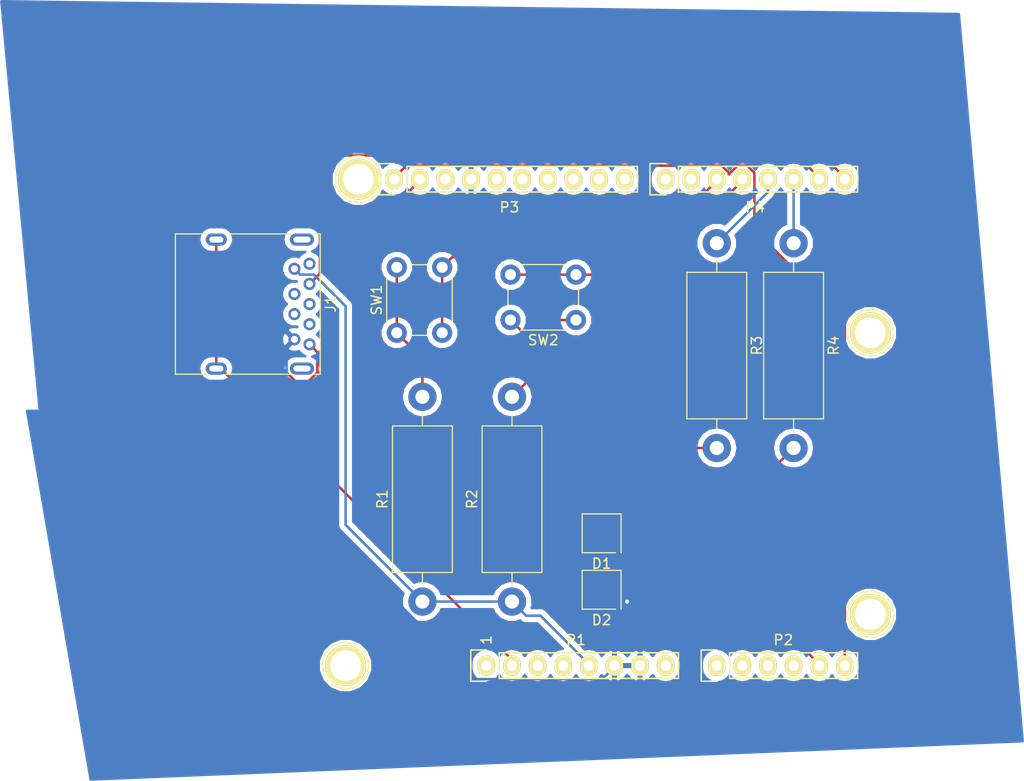
<source format=kicad_pcb>
(kicad_pcb (version 20171130) (host pcbnew "(5.0.0)")

  (general
    (thickness 1.6)
    (drawings 18)
    (tracks 107)
    (zones 0)
    (modules 17)
    (nets 42)
  )

  (page A4)
  (title_block
    (date "lun. 30 mars 2015")
  )

  (layers
    (0 F.Cu signal)
    (31 B.Cu signal)
    (32 B.Adhes user)
    (33 F.Adhes user)
    (34 B.Paste user)
    (35 F.Paste user)
    (36 B.SilkS user)
    (37 F.SilkS user)
    (38 B.Mask user)
    (39 F.Mask user)
    (40 Dwgs.User user)
    (41 Cmts.User user)
    (42 Eco1.User user)
    (43 Eco2.User user)
    (44 Edge.Cuts user)
    (45 Margin user)
    (46 B.CrtYd user)
    (47 F.CrtYd user)
    (48 B.Fab user)
    (49 F.Fab user)
  )

  (setup
    (last_trace_width 0.25)
    (trace_clearance 0.2)
    (zone_clearance 0.508)
    (zone_45_only no)
    (trace_min 0.2)
    (segment_width 0.15)
    (edge_width 0.15)
    (via_size 0.6)
    (via_drill 0.4)
    (via_min_size 0.4)
    (via_min_drill 0.3)
    (uvia_size 0.3)
    (uvia_drill 0.1)
    (uvias_allowed no)
    (uvia_min_size 0.2)
    (uvia_min_drill 0.1)
    (pcb_text_width 0.3)
    (pcb_text_size 1.5 1.5)
    (mod_edge_width 0.15)
    (mod_text_size 1 1)
    (mod_text_width 0.15)
    (pad_size 4.064 4.064)
    (pad_drill 3.048)
    (pad_to_mask_clearance 0)
    (aux_axis_origin 110.998 126.365)
    (grid_origin 110.998 126.365)
    (visible_elements 7FFFFFFF)
    (pcbplotparams
      (layerselection 0x00030_80000001)
      (usegerberextensions false)
      (usegerberattributes false)
      (usegerberadvancedattributes false)
      (creategerberjobfile false)
      (excludeedgelayer true)
      (linewidth 0.100000)
      (plotframeref false)
      (viasonmask false)
      (mode 1)
      (useauxorigin false)
      (hpglpennumber 1)
      (hpglpenspeed 20)
      (hpglpendiameter 15.000000)
      (psnegative false)
      (psa4output false)
      (plotreference true)
      (plotvalue true)
      (plotinvisibletext false)
      (padsonsilk false)
      (subtractmaskfromsilk false)
      (outputformat 1)
      (mirror false)
      (drillshape 1)
      (scaleselection 1)
      (outputdirectory ""))
  )

  (net 0 "")
  (net 1 /IOREF)
  (net 2 /Reset)
  (net 3 +5V)
  (net 4 GND)
  (net 5 /Vin)
  (net 6 /A0)
  (net 7 /A1)
  (net 8 /A2)
  (net 9 /A3)
  (net 10 /AREF)
  (net 11 "/A4(SDA)")
  (net 12 "/A5(SCL)")
  (net 13 "/9(**)")
  (net 14 /8)
  (net 15 /7)
  (net 16 "/6(**)")
  (net 17 "/5(**)")
  (net 18 /4)
  (net 19 "/3(**)")
  (net 20 /2)
  (net 21 "/1(Tx)")
  (net 22 "/0(Rx)")
  (net 23 "Net-(P5-Pad1)")
  (net 24 "Net-(P6-Pad1)")
  (net 25 "Net-(P7-Pad1)")
  (net 26 "Net-(P8-Pad1)")
  (net 27 "/13(SCK)")
  (net 28 "/10(**/SS)")
  (net 29 "Net-(P1-Pad1)")
  (net 30 +3V3)
  (net 31 "/12(MISO)")
  (net 32 "/11(**/MOSI)")
  (net 33 "Net-(D1-Pad2)")
  (net 34 "Net-(D2-Pad2)")
  (net 35 "Net-(R1-Pad2)")
  (net 36 "Net-(R2-Pad2)")
  (net 37 "Net-(J1-Pad2)")
  (net 38 "Net-(J1-Pad3)")
  (net 39 "Net-(J1-Pad6)")
  (net 40 "Net-(J1-Pad7)")
  (net 41 "Net-(J1-Pad9)")

  (net_class Default "This is the default net class."
    (clearance 0.2)
    (trace_width 0.25)
    (via_dia 0.6)
    (via_drill 0.4)
    (uvia_dia 0.3)
    (uvia_drill 0.1)
    (add_net +3V3)
    (add_net +5V)
    (add_net "/0(Rx)")
    (add_net "/1(Tx)")
    (add_net "/10(**/SS)")
    (add_net "/11(**/MOSI)")
    (add_net "/12(MISO)")
    (add_net "/13(SCK)")
    (add_net /2)
    (add_net "/3(**)")
    (add_net /4)
    (add_net "/5(**)")
    (add_net "/6(**)")
    (add_net /7)
    (add_net /8)
    (add_net "/9(**)")
    (add_net /A0)
    (add_net /A1)
    (add_net /A2)
    (add_net /A3)
    (add_net "/A4(SDA)")
    (add_net "/A5(SCL)")
    (add_net /AREF)
    (add_net /IOREF)
    (add_net /Reset)
    (add_net /Vin)
    (add_net GND)
    (add_net "Net-(D1-Pad2)")
    (add_net "Net-(D2-Pad2)")
    (add_net "Net-(J1-Pad2)")
    (add_net "Net-(J1-Pad3)")
    (add_net "Net-(J1-Pad6)")
    (add_net "Net-(J1-Pad7)")
    (add_net "Net-(J1-Pad9)")
    (add_net "Net-(P1-Pad1)")
    (add_net "Net-(P5-Pad1)")
    (add_net "Net-(P6-Pad1)")
    (add_net "Net-(P7-Pad1)")
    (add_net "Net-(P8-Pad1)")
    (add_net "Net-(R1-Pad2)")
    (add_net "Net-(R2-Pad2)")
  )

  (module Socket_Arduino_Uno:Socket_Strip_Arduino_1x08 locked (layer F.Cu) (tedit 552168D2) (tstamp 551AF9EA)
    (at 138.938 123.825)
    (descr "Through hole socket strip")
    (tags "socket strip")
    (path /56D70129)
    (fp_text reference P1 (at 8.89 -2.54) (layer F.SilkS)
      (effects (font (size 1 1) (thickness 0.15)))
    )
    (fp_text value Power (at 8.89 -4.064) (layer F.Fab)
      (effects (font (size 1 1) (thickness 0.15)))
    )
    (fp_line (start -1.75 -1.75) (end -1.75 1.75) (layer F.CrtYd) (width 0.05))
    (fp_line (start 19.55 -1.75) (end 19.55 1.75) (layer F.CrtYd) (width 0.05))
    (fp_line (start -1.75 -1.75) (end 19.55 -1.75) (layer F.CrtYd) (width 0.05))
    (fp_line (start -1.75 1.75) (end 19.55 1.75) (layer F.CrtYd) (width 0.05))
    (fp_line (start 1.27 1.27) (end 19.05 1.27) (layer F.SilkS) (width 0.15))
    (fp_line (start 19.05 1.27) (end 19.05 -1.27) (layer F.SilkS) (width 0.15))
    (fp_line (start 19.05 -1.27) (end 1.27 -1.27) (layer F.SilkS) (width 0.15))
    (fp_line (start -1.55 1.55) (end 0 1.55) (layer F.SilkS) (width 0.15))
    (fp_line (start 1.27 1.27) (end 1.27 -1.27) (layer F.SilkS) (width 0.15))
    (fp_line (start 0 -1.55) (end -1.55 -1.55) (layer F.SilkS) (width 0.15))
    (fp_line (start -1.55 -1.55) (end -1.55 1.55) (layer F.SilkS) (width 0.15))
    (pad 1 thru_hole oval (at 0 0) (size 1.7272 2.032) (drill 1.016) (layers *.Cu *.Mask F.SilkS)
      (net 29 "Net-(P1-Pad1)"))
    (pad 2 thru_hole oval (at 2.54 0) (size 1.7272 2.032) (drill 1.016) (layers *.Cu *.Mask F.SilkS)
      (net 1 /IOREF))
    (pad 3 thru_hole oval (at 5.08 0) (size 1.7272 2.032) (drill 1.016) (layers *.Cu *.Mask F.SilkS)
      (net 2 /Reset))
    (pad 4 thru_hole oval (at 7.62 0) (size 1.7272 2.032) (drill 1.016) (layers *.Cu *.Mask F.SilkS)
      (net 30 +3V3))
    (pad 5 thru_hole oval (at 10.16 0) (size 1.7272 2.032) (drill 1.016) (layers *.Cu *.Mask F.SilkS)
      (net 3 +5V))
    (pad 6 thru_hole oval (at 12.7 0) (size 1.7272 2.032) (drill 1.016) (layers *.Cu *.Mask F.SilkS)
      (net 4 GND))
    (pad 7 thru_hole oval (at 15.24 0) (size 1.7272 2.032) (drill 1.016) (layers *.Cu *.Mask F.SilkS)
      (net 4 GND))
    (pad 8 thru_hole oval (at 17.78 0) (size 1.7272 2.032) (drill 1.016) (layers *.Cu *.Mask F.SilkS)
      (net 5 /Vin))
    (model ${KIPRJMOD}/Socket_Arduino_Uno.3dshapes/Socket_header_Arduino_1x08.wrl
      (offset (xyz 8.889999866485596 0 0))
      (scale (xyz 1 1 1))
      (rotate (xyz 0 0 180))
    )
  )

  (module Socket_Arduino_Uno:Socket_Strip_Arduino_1x06 locked (layer F.Cu) (tedit 552168D6) (tstamp 551AF9FF)
    (at 161.798 123.825)
    (descr "Through hole socket strip")
    (tags "socket strip")
    (path /56D70DD8)
    (fp_text reference P2 (at 6.604 -2.54) (layer F.SilkS)
      (effects (font (size 1 1) (thickness 0.15)))
    )
    (fp_text value Analog (at 6.604 -4.064) (layer F.Fab)
      (effects (font (size 1 1) (thickness 0.15)))
    )
    (fp_line (start -1.75 -1.75) (end -1.75 1.75) (layer F.CrtYd) (width 0.05))
    (fp_line (start 14.45 -1.75) (end 14.45 1.75) (layer F.CrtYd) (width 0.05))
    (fp_line (start -1.75 -1.75) (end 14.45 -1.75) (layer F.CrtYd) (width 0.05))
    (fp_line (start -1.75 1.75) (end 14.45 1.75) (layer F.CrtYd) (width 0.05))
    (fp_line (start 1.27 1.27) (end 13.97 1.27) (layer F.SilkS) (width 0.15))
    (fp_line (start 13.97 1.27) (end 13.97 -1.27) (layer F.SilkS) (width 0.15))
    (fp_line (start 13.97 -1.27) (end 1.27 -1.27) (layer F.SilkS) (width 0.15))
    (fp_line (start -1.55 1.55) (end 0 1.55) (layer F.SilkS) (width 0.15))
    (fp_line (start 1.27 1.27) (end 1.27 -1.27) (layer F.SilkS) (width 0.15))
    (fp_line (start 0 -1.55) (end -1.55 -1.55) (layer F.SilkS) (width 0.15))
    (fp_line (start -1.55 -1.55) (end -1.55 1.55) (layer F.SilkS) (width 0.15))
    (pad 1 thru_hole oval (at 0 0) (size 1.7272 2.032) (drill 1.016) (layers *.Cu *.Mask F.SilkS)
      (net 6 /A0))
    (pad 2 thru_hole oval (at 2.54 0) (size 1.7272 2.032) (drill 1.016) (layers *.Cu *.Mask F.SilkS)
      (net 7 /A1))
    (pad 3 thru_hole oval (at 5.08 0) (size 1.7272 2.032) (drill 1.016) (layers *.Cu *.Mask F.SilkS)
      (net 8 /A2))
    (pad 4 thru_hole oval (at 7.62 0) (size 1.7272 2.032) (drill 1.016) (layers *.Cu *.Mask F.SilkS)
      (net 9 /A3))
    (pad 5 thru_hole oval (at 10.16 0) (size 1.7272 2.032) (drill 1.016) (layers *.Cu *.Mask F.SilkS)
      (net 11 "/A4(SDA)"))
    (pad 6 thru_hole oval (at 12.7 0) (size 1.7272 2.032) (drill 1.016) (layers *.Cu *.Mask F.SilkS)
      (net 12 "/A5(SCL)"))
    (model ${KIPRJMOD}/Socket_Arduino_Uno.3dshapes/Socket_header_Arduino_1x06.wrl
      (offset (xyz 6.349999904632568 0 0))
      (scale (xyz 1 1 1))
      (rotate (xyz 0 0 180))
    )
  )

  (module Socket_Arduino_Uno:Socket_Strip_Arduino_1x10 locked (layer F.Cu) (tedit 552168BF) (tstamp 551AFA18)
    (at 129.794 75.565)
    (descr "Through hole socket strip")
    (tags "socket strip")
    (path /56D721E0)
    (fp_text reference P3 (at 11.43 2.794) (layer F.SilkS)
      (effects (font (size 1 1) (thickness 0.15)))
    )
    (fp_text value Digital (at 11.43 4.318) (layer F.Fab)
      (effects (font (size 1 1) (thickness 0.15)))
    )
    (fp_line (start -1.75 -1.75) (end -1.75 1.75) (layer F.CrtYd) (width 0.05))
    (fp_line (start 24.65 -1.75) (end 24.65 1.75) (layer F.CrtYd) (width 0.05))
    (fp_line (start -1.75 -1.75) (end 24.65 -1.75) (layer F.CrtYd) (width 0.05))
    (fp_line (start -1.75 1.75) (end 24.65 1.75) (layer F.CrtYd) (width 0.05))
    (fp_line (start 1.27 1.27) (end 24.13 1.27) (layer F.SilkS) (width 0.15))
    (fp_line (start 24.13 1.27) (end 24.13 -1.27) (layer F.SilkS) (width 0.15))
    (fp_line (start 24.13 -1.27) (end 1.27 -1.27) (layer F.SilkS) (width 0.15))
    (fp_line (start -1.55 1.55) (end 0 1.55) (layer F.SilkS) (width 0.15))
    (fp_line (start 1.27 1.27) (end 1.27 -1.27) (layer F.SilkS) (width 0.15))
    (fp_line (start 0 -1.55) (end -1.55 -1.55) (layer F.SilkS) (width 0.15))
    (fp_line (start -1.55 -1.55) (end -1.55 1.55) (layer F.SilkS) (width 0.15))
    (pad 1 thru_hole oval (at 0 0) (size 1.7272 2.032) (drill 1.016) (layers *.Cu *.Mask F.SilkS)
      (net 12 "/A5(SCL)"))
    (pad 2 thru_hole oval (at 2.54 0) (size 1.7272 2.032) (drill 1.016) (layers *.Cu *.Mask F.SilkS)
      (net 11 "/A4(SDA)"))
    (pad 3 thru_hole oval (at 5.08 0) (size 1.7272 2.032) (drill 1.016) (layers *.Cu *.Mask F.SilkS)
      (net 10 /AREF))
    (pad 4 thru_hole oval (at 7.62 0) (size 1.7272 2.032) (drill 1.016) (layers *.Cu *.Mask F.SilkS)
      (net 4 GND))
    (pad 5 thru_hole oval (at 10.16 0) (size 1.7272 2.032) (drill 1.016) (layers *.Cu *.Mask F.SilkS)
      (net 27 "/13(SCK)"))
    (pad 6 thru_hole oval (at 12.7 0) (size 1.7272 2.032) (drill 1.016) (layers *.Cu *.Mask F.SilkS)
      (net 31 "/12(MISO)"))
    (pad 7 thru_hole oval (at 15.24 0) (size 1.7272 2.032) (drill 1.016) (layers *.Cu *.Mask F.SilkS)
      (net 32 "/11(**/MOSI)"))
    (pad 8 thru_hole oval (at 17.78 0) (size 1.7272 2.032) (drill 1.016) (layers *.Cu *.Mask F.SilkS)
      (net 28 "/10(**/SS)"))
    (pad 9 thru_hole oval (at 20.32 0) (size 1.7272 2.032) (drill 1.016) (layers *.Cu *.Mask F.SilkS)
      (net 13 "/9(**)"))
    (pad 10 thru_hole oval (at 22.86 0) (size 1.7272 2.032) (drill 1.016) (layers *.Cu *.Mask F.SilkS)
      (net 14 /8))
    (model ${KIPRJMOD}/Socket_Arduino_Uno.3dshapes/Socket_header_Arduino_1x10.wrl
      (offset (xyz 11.42999982833862 0 0))
      (scale (xyz 1 1 1))
      (rotate (xyz 0 0 180))
    )
  )

  (module Socket_Arduino_Uno:Socket_Strip_Arduino_1x08 locked (layer F.Cu) (tedit 552168C7) (tstamp 551AFA2F)
    (at 156.718 75.565)
    (descr "Through hole socket strip")
    (tags "socket strip")
    (path /56D7164F)
    (fp_text reference P4 (at 8.89 2.794) (layer F.SilkS)
      (effects (font (size 1 1) (thickness 0.15)))
    )
    (fp_text value Digital (at 8.89 4.318) (layer F.Fab)
      (effects (font (size 1 1) (thickness 0.15)))
    )
    (fp_line (start -1.75 -1.75) (end -1.75 1.75) (layer F.CrtYd) (width 0.05))
    (fp_line (start 19.55 -1.75) (end 19.55 1.75) (layer F.CrtYd) (width 0.05))
    (fp_line (start -1.75 -1.75) (end 19.55 -1.75) (layer F.CrtYd) (width 0.05))
    (fp_line (start -1.75 1.75) (end 19.55 1.75) (layer F.CrtYd) (width 0.05))
    (fp_line (start 1.27 1.27) (end 19.05 1.27) (layer F.SilkS) (width 0.15))
    (fp_line (start 19.05 1.27) (end 19.05 -1.27) (layer F.SilkS) (width 0.15))
    (fp_line (start 19.05 -1.27) (end 1.27 -1.27) (layer F.SilkS) (width 0.15))
    (fp_line (start -1.55 1.55) (end 0 1.55) (layer F.SilkS) (width 0.15))
    (fp_line (start 1.27 1.27) (end 1.27 -1.27) (layer F.SilkS) (width 0.15))
    (fp_line (start 0 -1.55) (end -1.55 -1.55) (layer F.SilkS) (width 0.15))
    (fp_line (start -1.55 -1.55) (end -1.55 1.55) (layer F.SilkS) (width 0.15))
    (pad 1 thru_hole oval (at 0 0) (size 1.7272 2.032) (drill 1.016) (layers *.Cu *.Mask F.SilkS)
      (net 15 /7))
    (pad 2 thru_hole oval (at 2.54 0) (size 1.7272 2.032) (drill 1.016) (layers *.Cu *.Mask F.SilkS)
      (net 16 "/6(**)"))
    (pad 3 thru_hole oval (at 5.08 0) (size 1.7272 2.032) (drill 1.016) (layers *.Cu *.Mask F.SilkS)
      (net 17 "/5(**)"))
    (pad 4 thru_hole oval (at 7.62 0) (size 1.7272 2.032) (drill 1.016) (layers *.Cu *.Mask F.SilkS)
      (net 18 /4))
    (pad 5 thru_hole oval (at 10.16 0) (size 1.7272 2.032) (drill 1.016) (layers *.Cu *.Mask F.SilkS)
      (net 19 "/3(**)"))
    (pad 6 thru_hole oval (at 12.7 0) (size 1.7272 2.032) (drill 1.016) (layers *.Cu *.Mask F.SilkS)
      (net 20 /2))
    (pad 7 thru_hole oval (at 15.24 0) (size 1.7272 2.032) (drill 1.016) (layers *.Cu *.Mask F.SilkS)
      (net 21 "/1(Tx)"))
    (pad 8 thru_hole oval (at 17.78 0) (size 1.7272 2.032) (drill 1.016) (layers *.Cu *.Mask F.SilkS)
      (net 22 "/0(Rx)"))
    (model ${KIPRJMOD}/Socket_Arduino_Uno.3dshapes/Socket_header_Arduino_1x08.wrl
      (offset (xyz 8.889999866485596 0 0))
      (scale (xyz 1 1 1))
      (rotate (xyz 0 0 180))
    )
  )

  (module Socket_Arduino_Uno:Arduino_1pin locked (layer F.Cu) (tedit 5524FC39) (tstamp 5524FC3F)
    (at 124.968 123.825)
    (descr "module 1 pin (ou trou mecanique de percage)")
    (tags DEV)
    (path /56D71177)
    (fp_text reference P5 (at 0 -3.048) (layer F.SilkS) hide
      (effects (font (size 1 1) (thickness 0.15)))
    )
    (fp_text value CONN_01X01 (at 0 2.794) (layer F.Fab) hide
      (effects (font (size 1 1) (thickness 0.15)))
    )
    (fp_circle (center 0 0) (end 0 -2.286) (layer F.SilkS) (width 0.15))
    (pad 1 thru_hole circle (at 0 0) (size 4.064 4.064) (drill 3.048) (layers *.Cu *.Mask F.SilkS)
      (net 23 "Net-(P5-Pad1)"))
  )

  (module Socket_Arduino_Uno:Arduino_1pin locked (layer F.Cu) (tedit 5524FC4A) (tstamp 5524FC44)
    (at 177.038 118.745)
    (descr "module 1 pin (ou trou mecanique de percage)")
    (tags DEV)
    (path /56D71274)
    (fp_text reference P6 (at 0 -3.048) (layer F.SilkS) hide
      (effects (font (size 1 1) (thickness 0.15)))
    )
    (fp_text value CONN_01X01 (at 0 2.794) (layer F.Fab) hide
      (effects (font (size 1 1) (thickness 0.15)))
    )
    (fp_circle (center 0 0) (end 0 -2.286) (layer F.SilkS) (width 0.15))
    (pad 1 thru_hole circle (at 0 0) (size 4.064 4.064) (drill 3.048) (layers *.Cu *.Mask F.SilkS)
      (net 24 "Net-(P6-Pad1)"))
  )

  (module Socket_Arduino_Uno:Arduino_1pin locked (layer F.Cu) (tedit 5524FC2F) (tstamp 5524FC49)
    (at 126.238 75.565)
    (descr "module 1 pin (ou trou mecanique de percage)")
    (tags DEV)
    (path /56D712A8)
    (fp_text reference P7 (at 0 -3.048) (layer F.SilkS) hide
      (effects (font (size 1 1) (thickness 0.15)))
    )
    (fp_text value CONN_01X01 (at 0 2.794) (layer F.Fab) hide
      (effects (font (size 1 1) (thickness 0.15)))
    )
    (fp_circle (center 0 0) (end 0 -2.286) (layer F.SilkS) (width 0.15))
    (pad 1 thru_hole circle (at 0 0) (size 4.064 4.064) (drill 3.048) (layers *.Cu *.Mask F.SilkS)
      (net 25 "Net-(P7-Pad1)"))
  )

  (module Socket_Arduino_Uno:Arduino_1pin locked (layer F.Cu) (tedit 5524FC41) (tstamp 5524FC4E)
    (at 177.038 90.805)
    (descr "module 1 pin (ou trou mecanique de percage)")
    (tags DEV)
    (path /56D712DB)
    (fp_text reference P8 (at 0 -3.048) (layer F.SilkS) hide
      (effects (font (size 1 1) (thickness 0.15)))
    )
    (fp_text value CONN_01X01 (at 0 2.794) (layer F.Fab) hide
      (effects (font (size 1 1) (thickness 0.15)))
    )
    (fp_circle (center 0 0) (end 0 -2.286) (layer F.SilkS) (width 0.15))
    (pad 1 thru_hole circle (at 0 0) (size 4.064 4.064) (drill 3.048) (layers *.Cu *.Mask F.SilkS)
      (net 26 "Net-(P8-Pad1)"))
  )

  (module LED_SMD:LED-L1T2_LUMILEDS (layer F.Cu) (tedit 587A6FAC) (tstamp 5BBF94ED)
    (at 150.368 111.125)
    (descr http://www.lumileds.com/uploads/438/DS133-pdf)
    (tags "LUMILEDS LUXEON TX L1T2 LED")
    (path /5BB35B9B)
    (attr smd)
    (fp_text reference D1 (at 0 2.58) (layer F.SilkS)
      (effects (font (size 1 1) (thickness 0.15)))
    )
    (fp_text value LED (at 0 -3.42) (layer F.Fab)
      (effects (font (size 1 1) (thickness 0.15)))
    )
    (fp_circle (center 0 -0.42) (end 0 -2.07) (layer F.Fab) (width 0.1))
    (fp_line (start 1.4 1.5) (end -1.93 1.5) (layer F.SilkS) (width 0.12))
    (fp_line (start 1.93 -2.35) (end 1.93 1.5) (layer F.SilkS) (width 0.12))
    (fp_line (start -1.93 -2.35) (end 1.93 -2.35) (layer F.SilkS) (width 0.12))
    (fp_line (start -1.93 1.5) (end -1.93 -2.35) (layer F.SilkS) (width 0.12))
    (fp_line (start 2.25 1.83) (end -2.25 1.83) (layer F.CrtYd) (width 0.05))
    (fp_line (start 2.25 -2.67) (end 2.25 1.83) (layer F.CrtYd) (width 0.05))
    (fp_line (start -2.25 -2.67) (end 2.25 -2.67) (layer F.CrtYd) (width 0.05))
    (fp_line (start -2.25 1.83) (end -2.25 -2.67) (layer F.CrtYd) (width 0.05))
    (fp_line (start 1.8 1.4) (end 1.8 -2.2) (layer F.Fab) (width 0.1))
    (fp_line (start -1.8 1.4) (end 1.8 1.4) (layer F.Fab) (width 0.1))
    (fp_line (start -1.8 -2.2) (end -1.8 1.4) (layer F.Fab) (width 0.1))
    (fp_line (start -1.8 -2.2) (end 1.8 -2.2) (layer F.Fab) (width 0.1))
    (pad 3 smd rect (at 0 -0.52) (size 1.4 1.2) (layers F.Cu F.Paste F.Mask))
    (pad 2 smd rect (at -0.45 0.52) (size 0.55 0.38) (layers F.Cu F.Paste F.Mask)
      (net 33 "Net-(D1-Pad2)"))
    (pad 1 smd rect (at 0.45 0.52) (size 0.55 0.38) (layers F.Cu F.Paste F.Mask)
      (net 4 GND))
    (model ${KISYS3DMOD}/LED_SMD.3dshapes/LED-L1T2_LUMILEDS.wrl
      (at (xyz 0 0 0))
      (scale (xyz 1 1 1))
      (rotate (xyz 0 0 0))
    )
  )

  (module LED_SMD:LED-L1T2_LUMILEDS (layer F.Cu) (tedit 587A6FAC) (tstamp 5BBF9501)
    (at 150.368 116.725)
    (descr http://www.lumileds.com/uploads/438/DS133-pdf)
    (tags "LUMILEDS LUXEON TX L1T2 LED")
    (path /5BB35BE3)
    (attr smd)
    (fp_text reference D2 (at 0 2.58) (layer F.SilkS)
      (effects (font (size 1 1) (thickness 0.15)))
    )
    (fp_text value LED (at 0 -3.42) (layer F.Fab)
      (effects (font (size 1 1) (thickness 0.15)))
    )
    (fp_line (start -1.8 -2.2) (end 1.8 -2.2) (layer F.Fab) (width 0.1))
    (fp_line (start -1.8 -2.2) (end -1.8 1.4) (layer F.Fab) (width 0.1))
    (fp_line (start -1.8 1.4) (end 1.8 1.4) (layer F.Fab) (width 0.1))
    (fp_line (start 1.8 1.4) (end 1.8 -2.2) (layer F.Fab) (width 0.1))
    (fp_line (start -2.25 1.83) (end -2.25 -2.67) (layer F.CrtYd) (width 0.05))
    (fp_line (start -2.25 -2.67) (end 2.25 -2.67) (layer F.CrtYd) (width 0.05))
    (fp_line (start 2.25 -2.67) (end 2.25 1.83) (layer F.CrtYd) (width 0.05))
    (fp_line (start 2.25 1.83) (end -2.25 1.83) (layer F.CrtYd) (width 0.05))
    (fp_line (start -1.93 1.5) (end -1.93 -2.35) (layer F.SilkS) (width 0.12))
    (fp_line (start -1.93 -2.35) (end 1.93 -2.35) (layer F.SilkS) (width 0.12))
    (fp_line (start 1.93 -2.35) (end 1.93 1.5) (layer F.SilkS) (width 0.12))
    (fp_line (start 1.4 1.5) (end -1.93 1.5) (layer F.SilkS) (width 0.12))
    (fp_circle (center 0 -0.42) (end 0 -2.07) (layer F.Fab) (width 0.1))
    (pad 1 smd rect (at 0.45 0.52) (size 0.55 0.38) (layers F.Cu F.Paste F.Mask)
      (net 4 GND))
    (pad 2 smd rect (at -0.45 0.52) (size 0.55 0.38) (layers F.Cu F.Paste F.Mask)
      (net 34 "Net-(D2-Pad2)"))
    (pad 3 smd rect (at 0 -0.52) (size 1.4 1.2) (layers F.Cu F.Paste F.Mask))
    (model ${KISYS3DMOD}/LED_SMD.3dshapes/LED-L1T2_LUMILEDS.wrl
      (at (xyz 0 0 0))
      (scale (xyz 1 1 1))
      (rotate (xyz 0 0 0))
    )
  )

  (module Resistor_THT:R_Axial_DIN0614_L14.3mm_D5.7mm_P20.32mm_Horizontal (layer F.Cu) (tedit 5AE5139B) (tstamp 5BBF9518)
    (at 132.588 117.475 90)
    (descr "Resistor, Axial_DIN0614 series, Axial, Horizontal, pin pitch=20.32mm, 1.5W, length*diameter=14.3*5.7mm^2")
    (tags "Resistor Axial_DIN0614 series Axial Horizontal pin pitch 20.32mm 1.5W length 14.3mm diameter 5.7mm")
    (path /5BB3B58E)
    (fp_text reference R1 (at 10.16 -3.97 90) (layer F.SilkS)
      (effects (font (size 1 1) (thickness 0.15)))
    )
    (fp_text value 100 (at 10.16 3.97 90) (layer F.Fab)
      (effects (font (size 1 1) (thickness 0.15)))
    )
    (fp_line (start 3.01 -2.85) (end 3.01 2.85) (layer F.Fab) (width 0.1))
    (fp_line (start 3.01 2.85) (end 17.31 2.85) (layer F.Fab) (width 0.1))
    (fp_line (start 17.31 2.85) (end 17.31 -2.85) (layer F.Fab) (width 0.1))
    (fp_line (start 17.31 -2.85) (end 3.01 -2.85) (layer F.Fab) (width 0.1))
    (fp_line (start 0 0) (end 3.01 0) (layer F.Fab) (width 0.1))
    (fp_line (start 20.32 0) (end 17.31 0) (layer F.Fab) (width 0.1))
    (fp_line (start 2.89 -2.97) (end 2.89 2.97) (layer F.SilkS) (width 0.12))
    (fp_line (start 2.89 2.97) (end 17.43 2.97) (layer F.SilkS) (width 0.12))
    (fp_line (start 17.43 2.97) (end 17.43 -2.97) (layer F.SilkS) (width 0.12))
    (fp_line (start 17.43 -2.97) (end 2.89 -2.97) (layer F.SilkS) (width 0.12))
    (fp_line (start 1.64 0) (end 2.89 0) (layer F.SilkS) (width 0.12))
    (fp_line (start 18.68 0) (end 17.43 0) (layer F.SilkS) (width 0.12))
    (fp_line (start -1.65 -3.1) (end -1.65 3.1) (layer F.CrtYd) (width 0.05))
    (fp_line (start -1.65 3.1) (end 21.97 3.1) (layer F.CrtYd) (width 0.05))
    (fp_line (start 21.97 3.1) (end 21.97 -3.1) (layer F.CrtYd) (width 0.05))
    (fp_line (start 21.97 -3.1) (end -1.65 -3.1) (layer F.CrtYd) (width 0.05))
    (fp_text user %R (at 10.16 0 90) (layer F.Fab)
      (effects (font (size 1 1) (thickness 0.15)))
    )
    (pad 1 thru_hole circle (at 0 0 90) (size 2.8 2.8) (drill 1.4) (layers *.Cu *.Mask)
      (net 3 +5V))
    (pad 2 thru_hole oval (at 20.32 0 90) (size 2.8 2.8) (drill 1.4) (layers *.Cu *.Mask)
      (net 35 "Net-(R1-Pad2)"))
    (model ${KISYS3DMOD}/Resistor_THT.3dshapes/R_Axial_DIN0614_L14.3mm_D5.7mm_P20.32mm_Horizontal.wrl
      (at (xyz 0 0 0))
      (scale (xyz 1 1 1))
      (rotate (xyz 0 0 0))
    )
  )

  (module Resistor_THT:R_Axial_DIN0614_L14.3mm_D5.7mm_P20.32mm_Horizontal (layer F.Cu) (tedit 5AE5139B) (tstamp 5BBF952F)
    (at 141.478 117.475 90)
    (descr "Resistor, Axial_DIN0614 series, Axial, Horizontal, pin pitch=20.32mm, 1.5W, length*diameter=14.3*5.7mm^2")
    (tags "Resistor Axial_DIN0614 series Axial Horizontal pin pitch 20.32mm 1.5W length 14.3mm diameter 5.7mm")
    (path /5BB3B554)
    (fp_text reference R2 (at 10.16 -3.97 90) (layer F.SilkS)
      (effects (font (size 1 1) (thickness 0.15)))
    )
    (fp_text value 100 (at 10.16 3.97 90) (layer F.Fab)
      (effects (font (size 1 1) (thickness 0.15)))
    )
    (fp_text user %R (at 10.16 0 90) (layer F.Fab)
      (effects (font (size 1 1) (thickness 0.15)))
    )
    (fp_line (start 21.97 -3.1) (end -1.65 -3.1) (layer F.CrtYd) (width 0.05))
    (fp_line (start 21.97 3.1) (end 21.97 -3.1) (layer F.CrtYd) (width 0.05))
    (fp_line (start -1.65 3.1) (end 21.97 3.1) (layer F.CrtYd) (width 0.05))
    (fp_line (start -1.65 -3.1) (end -1.65 3.1) (layer F.CrtYd) (width 0.05))
    (fp_line (start 18.68 0) (end 17.43 0) (layer F.SilkS) (width 0.12))
    (fp_line (start 1.64 0) (end 2.89 0) (layer F.SilkS) (width 0.12))
    (fp_line (start 17.43 -2.97) (end 2.89 -2.97) (layer F.SilkS) (width 0.12))
    (fp_line (start 17.43 2.97) (end 17.43 -2.97) (layer F.SilkS) (width 0.12))
    (fp_line (start 2.89 2.97) (end 17.43 2.97) (layer F.SilkS) (width 0.12))
    (fp_line (start 2.89 -2.97) (end 2.89 2.97) (layer F.SilkS) (width 0.12))
    (fp_line (start 20.32 0) (end 17.31 0) (layer F.Fab) (width 0.1))
    (fp_line (start 0 0) (end 3.01 0) (layer F.Fab) (width 0.1))
    (fp_line (start 17.31 -2.85) (end 3.01 -2.85) (layer F.Fab) (width 0.1))
    (fp_line (start 17.31 2.85) (end 17.31 -2.85) (layer F.Fab) (width 0.1))
    (fp_line (start 3.01 2.85) (end 17.31 2.85) (layer F.Fab) (width 0.1))
    (fp_line (start 3.01 -2.85) (end 3.01 2.85) (layer F.Fab) (width 0.1))
    (pad 2 thru_hole oval (at 20.32 0 90) (size 2.8 2.8) (drill 1.4) (layers *.Cu *.Mask)
      (net 36 "Net-(R2-Pad2)"))
    (pad 1 thru_hole circle (at 0 0 90) (size 2.8 2.8) (drill 1.4) (layers *.Cu *.Mask)
      (net 3 +5V))
    (model ${KISYS3DMOD}/Resistor_THT.3dshapes/R_Axial_DIN0614_L14.3mm_D5.7mm_P20.32mm_Horizontal.wrl
      (at (xyz 0 0 0))
      (scale (xyz 1 1 1))
      (rotate (xyz 0 0 0))
    )
  )

  (module Resistor_THT:R_Axial_DIN0614_L14.3mm_D5.7mm_P20.32mm_Horizontal (layer F.Cu) (tedit 5AE5139B) (tstamp 5BBF9546)
    (at 161.798 81.915 270)
    (descr "Resistor, Axial_DIN0614 series, Axial, Horizontal, pin pitch=20.32mm, 1.5W, length*diameter=14.3*5.7mm^2")
    (tags "Resistor Axial_DIN0614 series Axial Horizontal pin pitch 20.32mm 1.5W length 14.3mm diameter 5.7mm")
    (path /5BB3B51E)
    (fp_text reference R3 (at 10.16 -3.97 270) (layer F.SilkS)
      (effects (font (size 1 1) (thickness 0.15)))
    )
    (fp_text value 100 (at 10.16 3.97 270) (layer F.Fab)
      (effects (font (size 1 1) (thickness 0.15)))
    )
    (fp_line (start 3.01 -2.85) (end 3.01 2.85) (layer F.Fab) (width 0.1))
    (fp_line (start 3.01 2.85) (end 17.31 2.85) (layer F.Fab) (width 0.1))
    (fp_line (start 17.31 2.85) (end 17.31 -2.85) (layer F.Fab) (width 0.1))
    (fp_line (start 17.31 -2.85) (end 3.01 -2.85) (layer F.Fab) (width 0.1))
    (fp_line (start 0 0) (end 3.01 0) (layer F.Fab) (width 0.1))
    (fp_line (start 20.32 0) (end 17.31 0) (layer F.Fab) (width 0.1))
    (fp_line (start 2.89 -2.97) (end 2.89 2.97) (layer F.SilkS) (width 0.12))
    (fp_line (start 2.89 2.97) (end 17.43 2.97) (layer F.SilkS) (width 0.12))
    (fp_line (start 17.43 2.97) (end 17.43 -2.97) (layer F.SilkS) (width 0.12))
    (fp_line (start 17.43 -2.97) (end 2.89 -2.97) (layer F.SilkS) (width 0.12))
    (fp_line (start 1.64 0) (end 2.89 0) (layer F.SilkS) (width 0.12))
    (fp_line (start 18.68 0) (end 17.43 0) (layer F.SilkS) (width 0.12))
    (fp_line (start -1.65 -3.1) (end -1.65 3.1) (layer F.CrtYd) (width 0.05))
    (fp_line (start -1.65 3.1) (end 21.97 3.1) (layer F.CrtYd) (width 0.05))
    (fp_line (start 21.97 3.1) (end 21.97 -3.1) (layer F.CrtYd) (width 0.05))
    (fp_line (start 21.97 -3.1) (end -1.65 -3.1) (layer F.CrtYd) (width 0.05))
    (fp_text user %R (at 10.16 0 270) (layer F.Fab)
      (effects (font (size 1 1) (thickness 0.15)))
    )
    (pad 1 thru_hole circle (at 0 0 270) (size 2.8 2.8) (drill 1.4) (layers *.Cu *.Mask)
      (net 19 "/3(**)"))
    (pad 2 thru_hole oval (at 20.32 0 270) (size 2.8 2.8) (drill 1.4) (layers *.Cu *.Mask)
      (net 33 "Net-(D1-Pad2)"))
    (model ${KISYS3DMOD}/Resistor_THT.3dshapes/R_Axial_DIN0614_L14.3mm_D5.7mm_P20.32mm_Horizontal.wrl
      (at (xyz 0 0 0))
      (scale (xyz 1 1 1))
      (rotate (xyz 0 0 0))
    )
  )

  (module Resistor_THT:R_Axial_DIN0614_L14.3mm_D5.7mm_P20.32mm_Horizontal (layer F.Cu) (tedit 5AE5139B) (tstamp 5BBF955D)
    (at 169.418 81.915 270)
    (descr "Resistor, Axial_DIN0614 series, Axial, Horizontal, pin pitch=20.32mm, 1.5W, length*diameter=14.3*5.7mm^2")
    (tags "Resistor Axial_DIN0614 series Axial Horizontal pin pitch 20.32mm 1.5W length 14.3mm diameter 5.7mm")
    (path /5BB3B4A8)
    (fp_text reference R4 (at 10.16 -3.97 270) (layer F.SilkS)
      (effects (font (size 1 1) (thickness 0.15)))
    )
    (fp_text value 100 (at 10.16 3.97 270) (layer F.Fab)
      (effects (font (size 1 1) (thickness 0.15)))
    )
    (fp_text user %R (at 10.16 0 270) (layer F.Fab)
      (effects (font (size 1 1) (thickness 0.15)))
    )
    (fp_line (start 21.97 -3.1) (end -1.65 -3.1) (layer F.CrtYd) (width 0.05))
    (fp_line (start 21.97 3.1) (end 21.97 -3.1) (layer F.CrtYd) (width 0.05))
    (fp_line (start -1.65 3.1) (end 21.97 3.1) (layer F.CrtYd) (width 0.05))
    (fp_line (start -1.65 -3.1) (end -1.65 3.1) (layer F.CrtYd) (width 0.05))
    (fp_line (start 18.68 0) (end 17.43 0) (layer F.SilkS) (width 0.12))
    (fp_line (start 1.64 0) (end 2.89 0) (layer F.SilkS) (width 0.12))
    (fp_line (start 17.43 -2.97) (end 2.89 -2.97) (layer F.SilkS) (width 0.12))
    (fp_line (start 17.43 2.97) (end 17.43 -2.97) (layer F.SilkS) (width 0.12))
    (fp_line (start 2.89 2.97) (end 17.43 2.97) (layer F.SilkS) (width 0.12))
    (fp_line (start 2.89 -2.97) (end 2.89 2.97) (layer F.SilkS) (width 0.12))
    (fp_line (start 20.32 0) (end 17.31 0) (layer F.Fab) (width 0.1))
    (fp_line (start 0 0) (end 3.01 0) (layer F.Fab) (width 0.1))
    (fp_line (start 17.31 -2.85) (end 3.01 -2.85) (layer F.Fab) (width 0.1))
    (fp_line (start 17.31 2.85) (end 17.31 -2.85) (layer F.Fab) (width 0.1))
    (fp_line (start 3.01 2.85) (end 17.31 2.85) (layer F.Fab) (width 0.1))
    (fp_line (start 3.01 -2.85) (end 3.01 2.85) (layer F.Fab) (width 0.1))
    (pad 2 thru_hole oval (at 20.32 0 270) (size 2.8 2.8) (drill 1.4) (layers *.Cu *.Mask)
      (net 34 "Net-(D2-Pad2)"))
    (pad 1 thru_hole circle (at 0 0 270) (size 2.8 2.8) (drill 1.4) (layers *.Cu *.Mask)
      (net 20 /2))
    (model ${KISYS3DMOD}/Resistor_THT.3dshapes/R_Axial_DIN0614_L14.3mm_D5.7mm_P20.32mm_Horizontal.wrl
      (at (xyz 0 0 0))
      (scale (xyz 1 1 1))
      (rotate (xyz 0 0 0))
    )
  )

  (module Button_Switch_THT:SW_PUSH_6mm_H5mm (layer F.Cu) (tedit 5A02FE31) (tstamp 5BBF957C)
    (at 130.048 90.805 90)
    (descr "tactile push button, 6x6mm e.g. PHAP33xx series, height=5mm")
    (tags "tact sw push 6mm")
    (path /5BB38D75)
    (fp_text reference SW1 (at 3.25 -2 90) (layer F.SilkS)
      (effects (font (size 1 1) (thickness 0.15)))
    )
    (fp_text value SW_Push (at 3.75 6.7 90) (layer F.Fab)
      (effects (font (size 1 1) (thickness 0.15)))
    )
    (fp_text user %R (at 3.25 2.284999 90) (layer F.Fab)
      (effects (font (size 1 1) (thickness 0.15)))
    )
    (fp_line (start 3.25 -0.75) (end 6.25 -0.75) (layer F.Fab) (width 0.1))
    (fp_line (start 6.25 -0.75) (end 6.25 5.25) (layer F.Fab) (width 0.1))
    (fp_line (start 6.25 5.25) (end 0.25 5.25) (layer F.Fab) (width 0.1))
    (fp_line (start 0.25 5.25) (end 0.25 -0.75) (layer F.Fab) (width 0.1))
    (fp_line (start 0.25 -0.75) (end 3.25 -0.75) (layer F.Fab) (width 0.1))
    (fp_line (start 7.75 6) (end 8 6) (layer F.CrtYd) (width 0.05))
    (fp_line (start 8 6) (end 8 5.75) (layer F.CrtYd) (width 0.05))
    (fp_line (start 7.75 -1.5) (end 8 -1.5) (layer F.CrtYd) (width 0.05))
    (fp_line (start 8 -1.5) (end 8 -1.25) (layer F.CrtYd) (width 0.05))
    (fp_line (start -1.5 -1.25) (end -1.5 -1.5) (layer F.CrtYd) (width 0.05))
    (fp_line (start -1.5 -1.5) (end -1.25 -1.5) (layer F.CrtYd) (width 0.05))
    (fp_line (start -1.5 5.75) (end -1.5 6) (layer F.CrtYd) (width 0.05))
    (fp_line (start -1.5 6) (end -1.25 6) (layer F.CrtYd) (width 0.05))
    (fp_line (start -1.25 -1.5) (end 7.75 -1.5) (layer F.CrtYd) (width 0.05))
    (fp_line (start -1.5 5.75) (end -1.5 -1.25) (layer F.CrtYd) (width 0.05))
    (fp_line (start 7.75 6) (end -1.25 6) (layer F.CrtYd) (width 0.05))
    (fp_line (start 8 -1.25) (end 8 5.75) (layer F.CrtYd) (width 0.05))
    (fp_line (start 1 5.5) (end 5.5 5.5) (layer F.SilkS) (width 0.12))
    (fp_line (start -0.25 1.5) (end -0.25 3) (layer F.SilkS) (width 0.12))
    (fp_line (start 5.5 -1) (end 1 -1) (layer F.SilkS) (width 0.12))
    (fp_line (start 6.75 3) (end 6.75 1.5) (layer F.SilkS) (width 0.12))
    (fp_circle (center 3.25 2.25) (end 1.25 2.5) (layer F.Fab) (width 0.1))
    (pad 2 thru_hole circle (at 0 4.5 180) (size 2 2) (drill 1.1) (layers *.Cu *.Mask)
      (net 17 "/5(**)"))
    (pad 1 thru_hole circle (at 0 0 180) (size 2 2) (drill 1.1) (layers *.Cu *.Mask)
      (net 35 "Net-(R1-Pad2)"))
    (pad 2 thru_hole circle (at 6.5 4.5 180) (size 2 2) (drill 1.1) (layers *.Cu *.Mask)
      (net 17 "/5(**)"))
    (pad 1 thru_hole circle (at 6.5 0 180) (size 2 2) (drill 1.1) (layers *.Cu *.Mask)
      (net 35 "Net-(R1-Pad2)"))
    (model ${KISYS3DMOD}/Button_Switch_THT.3dshapes/SW_PUSH_6mm_H5mm.wrl
      (at (xyz 0 0 0))
      (scale (xyz 1 1 1))
      (rotate (xyz 0 0 0))
    )
  )

  (module Button_Switch_THT:SW_PUSH_6mm_H5mm (layer F.Cu) (tedit 5A02FE31) (tstamp 5BBF959B)
    (at 147.828 89.535 180)
    (descr "tactile push button, 6x6mm e.g. PHAP33xx series, height=5mm")
    (tags "tact sw push 6mm")
    (path /5BB38CB5)
    (fp_text reference SW2 (at 3.25 -2 180) (layer F.SilkS)
      (effects (font (size 1 1) (thickness 0.15)))
    )
    (fp_text value SW_Push (at 3.75 6.7 180) (layer F.Fab)
      (effects (font (size 1 1) (thickness 0.15)))
    )
    (fp_circle (center 3.25 2.25) (end 1.25 2.5) (layer F.Fab) (width 0.1))
    (fp_line (start 6.75 3) (end 6.75 1.5) (layer F.SilkS) (width 0.12))
    (fp_line (start 5.5 -1) (end 1 -1) (layer F.SilkS) (width 0.12))
    (fp_line (start -0.25 1.5) (end -0.25 3) (layer F.SilkS) (width 0.12))
    (fp_line (start 1 5.5) (end 5.5 5.5) (layer F.SilkS) (width 0.12))
    (fp_line (start 8 -1.25) (end 8 5.75) (layer F.CrtYd) (width 0.05))
    (fp_line (start 7.75 6) (end -1.25 6) (layer F.CrtYd) (width 0.05))
    (fp_line (start -1.5 5.75) (end -1.5 -1.25) (layer F.CrtYd) (width 0.05))
    (fp_line (start -1.25 -1.5) (end 7.75 -1.5) (layer F.CrtYd) (width 0.05))
    (fp_line (start -1.5 6) (end -1.25 6) (layer F.CrtYd) (width 0.05))
    (fp_line (start -1.5 5.75) (end -1.5 6) (layer F.CrtYd) (width 0.05))
    (fp_line (start -1.5 -1.5) (end -1.25 -1.5) (layer F.CrtYd) (width 0.05))
    (fp_line (start -1.5 -1.25) (end -1.5 -1.5) (layer F.CrtYd) (width 0.05))
    (fp_line (start 8 -1.5) (end 8 -1.25) (layer F.CrtYd) (width 0.05))
    (fp_line (start 7.75 -1.5) (end 8 -1.5) (layer F.CrtYd) (width 0.05))
    (fp_line (start 8 6) (end 8 5.75) (layer F.CrtYd) (width 0.05))
    (fp_line (start 7.75 6) (end 8 6) (layer F.CrtYd) (width 0.05))
    (fp_line (start 0.25 -0.75) (end 3.25 -0.75) (layer F.Fab) (width 0.1))
    (fp_line (start 0.25 5.25) (end 0.25 -0.75) (layer F.Fab) (width 0.1))
    (fp_line (start 6.25 5.25) (end 0.25 5.25) (layer F.Fab) (width 0.1))
    (fp_line (start 6.25 -0.75) (end 6.25 5.25) (layer F.Fab) (width 0.1))
    (fp_line (start 3.25 -0.75) (end 6.25 -0.75) (layer F.Fab) (width 0.1))
    (fp_text user %R (at 3.25 2.25 180) (layer F.Fab)
      (effects (font (size 1 1) (thickness 0.15)))
    )
    (pad 1 thru_hole circle (at 6.5 0 270) (size 2 2) (drill 1.1) (layers *.Cu *.Mask)
      (net 36 "Net-(R2-Pad2)"))
    (pad 2 thru_hole circle (at 6.5 4.5 270) (size 2 2) (drill 1.1) (layers *.Cu *.Mask)
      (net 18 /4))
    (pad 1 thru_hole circle (at 0 0 270) (size 2 2) (drill 1.1) (layers *.Cu *.Mask)
      (net 36 "Net-(R2-Pad2)"))
    (pad 2 thru_hole circle (at 0 4.5 270) (size 2 2) (drill 1.1) (layers *.Cu *.Mask)
      (net 18 /4))
    (model ${KISYS3DMOD}/Button_Switch_THT.3dshapes/SW_PUSH_6mm_H5mm.wrl
      (at (xyz 0 0 0))
      (scale (xyz 1 1 1))
      (rotate (xyz 0 0 0))
    )
  )

  (module Connector_USB:USB3_A_Molex_48393-001 (layer F.Cu) (tedit 5A142044) (tstamp 5BBFA0F8)
    (at 119.888 84.455 270)
    (descr "USB 3.0, type A, right angle (http://www.molex.com/pdm_docs/sd/483930003_sd.pdf)")
    (tags "USB 3.0 type A right angle")
    (path /5BB43F82)
    (fp_text reference J1 (at 3.5 -3.6 270) (layer F.SilkS)
      (effects (font (size 1 1) (thickness 0.15)))
    )
    (fp_text value USB3_A (at 3.5 13 270) (layer F.Fab)
      (effects (font (size 1 1) (thickness 0.15)))
    )
    (fp_line (start -3.46 -2.56) (end -3.46 -1.85) (layer F.SilkS) (width 0.12))
    (fp_line (start 10.46 -2.56) (end 10.46 -1.85) (layer F.SilkS) (width 0.12))
    (fp_line (start -3.4 11.75) (end -3.4 -2.5) (layer F.Fab) (width 0.1))
    (fp_line (start 10.4 -2.5) (end 10.4 11.75) (layer F.Fab) (width 0.1))
    (fp_text user %R (at 3.5 5 270) (layer F.Fab)
      (effects (font (size 1 1) (thickness 0.15)))
    )
    (fp_line (start -4 12.3) (end -4 -3) (layer F.CrtYd) (width 0.05))
    (fp_line (start 11 12.3) (end -4 12.3) (layer F.CrtYd) (width 0.05))
    (fp_line (start 11 -3) (end 11 12.3) (layer F.CrtYd) (width 0.05))
    (fp_line (start -4 -3) (end 11 -3) (layer F.CrtYd) (width 0.05))
    (fp_line (start -3.46 -2.56) (end 10.46 -2.56) (layer F.SilkS) (width 0.12))
    (fp_line (start 10.46 6.8) (end 10.46 0.35) (layer F.SilkS) (width 0.12))
    (fp_line (start -3.46 6.8) (end -3.46 0.35) (layer F.SilkS) (width 0.12))
    (fp_line (start -3.46 11.81) (end -3.46 8.7) (layer F.SilkS) (width 0.12))
    (fp_line (start 10.46 11.81) (end 10.46 8.7) (layer F.SilkS) (width 0.12))
    (fp_line (start -3.46 11.81) (end 10.46 11.81) (layer F.SilkS) (width 0.12))
    (fp_line (start 10.4 11.75) (end -3.4 11.75) (layer F.Fab) (width 0.1))
    (fp_line (start -3.4 -2.5) (end 10.4 -2.5) (layer F.Fab) (width 0.1))
    (pad 1 thru_hole circle (at 0 0 270) (size 1.2 1.2) (drill 0.7) (layers *.Cu *.Mask)
      (net 3 +5V))
    (pad 2 thru_hole circle (at 2.5 0 270) (size 1.2 1.2) (drill 0.7) (layers *.Cu *.Mask)
      (net 37 "Net-(J1-Pad2)"))
    (pad 3 thru_hole circle (at 4.5 0 270) (size 1.2 1.2) (drill 0.7) (layers *.Cu *.Mask)
      (net 38 "Net-(J1-Pad3)"))
    (pad 4 thru_hole circle (at 7 0 270) (size 1.2 1.2) (drill 0.7) (layers *.Cu *.Mask)
      (net 4 GND))
    (pad 5 thru_hole circle (at 7.5 -1.5 270) (size 1.2 1.2) (drill 0.7) (layers *.Cu *.Mask)
      (net 22 "/0(Rx)"))
    (pad 6 thru_hole circle (at 5.5 -1.5 270) (size 1.2 1.2) (drill 0.7) (layers *.Cu *.Mask)
      (net 39 "Net-(J1-Pad6)"))
    (pad 7 thru_hole circle (at 3.5 -1.5 270) (size 1.2 1.2) (drill 0.7) (layers *.Cu *.Mask)
      (net 40 "Net-(J1-Pad7)"))
    (pad 8 thru_hole circle (at 1.5 -1.5 270) (size 1.2 1.2) (drill 0.7) (layers *.Cu *.Mask)
      (net 21 "/1(Tx)"))
    (pad 9 thru_hole circle (at -0.5 -1.5 270) (size 1.2 1.2) (drill 0.7) (layers *.Cu *.Mask)
      (net 41 "Net-(J1-Pad9)"))
    (pad 10 thru_hole oval (at 9.9 -0.75 270) (size 1.2 2.4) (drill oval 0.6 1.7) (layers *.Cu *.Mask)
      (net 1 /IOREF))
    (pad 10 thru_hole oval (at -2.9 -0.75 270) (size 1.2 2.4) (drill oval 0.6 1.7) (layers *.Cu *.Mask)
      (net 1 /IOREF))
    (pad 10 thru_hole oval (at 9.9 7.75 270) (size 1.2 2.1) (drill oval 0.6 1.4) (layers *.Cu *.Mask)
      (net 1 /IOREF))
    (pad 10 thru_hole oval (at -2.9 7.75 270) (size 1.2 2.1) (drill oval 0.6 1.4) (layers *.Cu *.Mask)
      (net 1 /IOREF))
    (model ${KISYS3DMOD}/Connector_USB.3dshapes/USB3_A_Molex_48393-001.wrl
      (at (xyz 0 0 0))
      (scale (xyz 1 1 1))
      (rotate (xyz 0 0 0))
    )
  )

  (gr_text 1 (at 138.938 121.285 90) (layer F.SilkS)
    (effects (font (size 1 1) (thickness 0.15)))
  )
  (gr_circle (center 117.348 76.962) (end 118.618 76.962) (layer Dwgs.User) (width 0.15))
  (gr_line (start 114.427 78.994) (end 114.427 74.93) (angle 90) (layer Dwgs.User) (width 0.15))
  (gr_line (start 120.269 78.994) (end 114.427 78.994) (angle 90) (layer Dwgs.User) (width 0.15))
  (gr_line (start 120.269 74.93) (end 120.269 78.994) (angle 90) (layer Dwgs.User) (width 0.15))
  (gr_line (start 114.427 74.93) (end 120.269 74.93) (angle 90) (layer Dwgs.User) (width 0.15))
  (gr_line (start 120.523 93.98) (end 104.648 93.98) (angle 90) (layer Dwgs.User) (width 0.15))
  (gr_line (start 173.355 102.235) (end 173.355 94.615) (angle 90) (layer Dwgs.User) (width 0.15))
  (gr_line (start 178.435 102.235) (end 173.355 102.235) (angle 90) (layer Dwgs.User) (width 0.15))
  (gr_line (start 178.435 94.615) (end 178.435 102.235) (angle 90) (layer Dwgs.User) (width 0.15))
  (gr_line (start 173.355 94.615) (end 178.435 94.615) (angle 90) (layer Dwgs.User) (width 0.15))
  (gr_line (start 109.093 123.19) (end 109.093 114.3) (angle 90) (layer Dwgs.User) (width 0.15))
  (gr_line (start 122.428 123.19) (end 109.093 123.19) (angle 90) (layer Dwgs.User) (width 0.15))
  (gr_line (start 122.428 114.3) (end 122.428 123.19) (angle 90) (layer Dwgs.User) (width 0.15))
  (gr_line (start 109.093 114.3) (end 122.428 114.3) (angle 90) (layer Dwgs.User) (width 0.15))
  (gr_line (start 104.648 93.98) (end 104.648 82.55) (angle 90) (layer Dwgs.User) (width 0.15))
  (gr_line (start 120.523 82.55) (end 120.523 93.98) (angle 90) (layer Dwgs.User) (width 0.15))
  (gr_line (start 104.648 82.55) (end 120.523 82.55) (angle 90) (layer Dwgs.User) (width 0.15))

  (segment (start 112.138 81.555) (end 112.138 94.485) (width 0.25) (layer F.Cu) (net 1))
  (segment (start 112.138 94.485) (end 112.138 94.355) (width 0.25) (layer F.Cu) (net 1))
  (segment (start 141.478 123.245) (end 141.478 123.825) (width 0.25) (layer F.Cu) (net 1))
  (segment (start 112.588 94.355) (end 141.478 123.245) (width 0.25) (layer F.Cu) (net 1))
  (segment (start 112.138 94.355) (end 112.588 94.355) (width 0.25) (layer F.Cu) (net 1))
  (segment (start 142.877999 118.874999) (end 141.478 117.475) (width 0.25) (layer B.Cu) (net 3))
  (segment (start 144.300399 118.874999) (end 142.877999 118.874999) (width 0.25) (layer B.Cu) (net 3))
  (segment (start 149.098 123.6726) (end 144.300399 118.874999) (width 0.25) (layer B.Cu) (net 3))
  (segment (start 149.098 123.825) (end 149.098 123.6726) (width 0.25) (layer B.Cu) (net 3))
  (segment (start 141.478 117.475) (end 132.588 117.475) (width 0.25) (layer B.Cu) (net 3))
  (segment (start 121.832001 85.029999) (end 124.968 88.165998) (width 0.25) (layer B.Cu) (net 3))
  (segment (start 119.888 84.455) (end 120.462999 85.029999) (width 0.25) (layer B.Cu) (net 3))
  (segment (start 120.462999 85.029999) (end 121.832001 85.029999) (width 0.25) (layer B.Cu) (net 3))
  (segment (start 124.968 109.855) (end 132.588 117.475) (width 0.25) (layer B.Cu) (net 3))
  (segment (start 124.968 88.165998) (end 124.968 109.855) (width 0.25) (layer B.Cu) (net 3))
  (segment (start 154.178 123.825) (end 151.638 123.825) (width 0.25) (layer B.Cu) (net 4))
  (segment (start 137.414 92.075) (end 137.414 75.565) (width 0.25) (layer B.Cu) (net 4))
  (segment (start 154.178 123.825) (end 154.178 118.745) (width 0.25) (layer B.Cu) (net 4))
  (segment (start 154.178 118.745) (end 152.908 117.475) (width 0.25) (layer B.Cu) (net 4))
  (segment (start 152.908 117.475) (end 152.908 94.615) (width 0.25) (layer B.Cu) (net 4))
  (segment (start 152.908 94.615) (end 151.638 93.345) (width 0.25) (layer B.Cu) (net 4))
  (segment (start 151.638 93.345) (end 138.684 93.345) (width 0.25) (layer B.Cu) (net 4))
  (segment (start 138.684 93.345) (end 137.414 92.075) (width 0.25) (layer B.Cu) (net 4))
  (segment (start 152.908 117.475) (end 152.908 117.475) (width 0.25) (layer B.Cu) (net 4) (tstamp 5BBF9D67))
  (via (at 152.908 117.475) (size 0.6) (drill 0.4) (layers F.Cu B.Cu) (net 4))
  (segment (start 151.048 117.475) (end 150.818 117.245) (width 0.25) (layer F.Cu) (net 4))
  (segment (start 152.908 117.475) (end 151.048 117.475) (width 0.25) (layer F.Cu) (net 4))
  (segment (start 150.818 112.085) (end 150.818 111.645) (width 0.25) (layer F.Cu) (net 4))
  (segment (start 151.393001 112.660001) (end 150.818 112.085) (width 0.25) (layer F.Cu) (net 4))
  (segment (start 151.393001 117.194999) (end 151.393001 112.660001) (width 0.25) (layer F.Cu) (net 4))
  (segment (start 151.343 117.245) (end 151.393001 117.194999) (width 0.25) (layer F.Cu) (net 4))
  (segment (start 150.818 117.245) (end 151.343 117.245) (width 0.25) (layer F.Cu) (net 4))
  (segment (start 151.638 123.9774) (end 151.638 123.825) (width 0.25) (layer B.Cu) (net 4))
  (segment (start 150.44939 125.16601) (end 151.638 123.9774) (width 0.25) (layer B.Cu) (net 4))
  (segment (start 137.726008 125.16601) (end 150.44939 125.16601) (width 0.25) (layer B.Cu) (net 4))
  (segment (start 119.11299 106.552992) (end 137.726008 125.16601) (width 0.25) (layer B.Cu) (net 4))
  (segment (start 119.11299 92.23001) (end 119.11299 106.552992) (width 0.25) (layer B.Cu) (net 4))
  (segment (start 119.888 91.455) (end 119.11299 92.23001) (width 0.25) (layer B.Cu) (net 4))
  (segment (start 150.1466 118.55001) (end 126.238 94.64141) (width 0.25) (layer F.Cu) (net 11))
  (segment (start 166.835411 118.550011) (end 150.1466 118.55001) (width 0.25) (layer F.Cu) (net 11))
  (segment (start 171.958 123.825) (end 171.958 123.6726) (width 0.25) (layer F.Cu) (net 11))
  (segment (start 171.958 123.6726) (end 166.835411 118.550011) (width 0.25) (layer F.Cu) (net 11))
  (segment (start 132.334 75.7174) (end 132.334 75.565) (width 0.25) (layer F.Cu) (net 11))
  (segment (start 126.238 81.8134) (end 132.334 75.7174) (width 0.25) (layer F.Cu) (net 11))
  (segment (start 126.238 94.64141) (end 126.238 81.8134) (width 0.25) (layer F.Cu) (net 11))
  (segment (start 174.498 122.559) (end 174.498 123.825) (width 0.25) (layer F.Cu) (net 12))
  (segment (start 174.498 89.548002) (end 174.498 122.559) (width 0.25) (layer F.Cu) (net 12))
  (segment (start 165.52661 80.576612) (end 174.498 89.548002) (width 0.25) (layer F.Cu) (net 12))
  (segment (start 165.52661 74.920262) (end 165.52661 80.576612) (width 0.25) (layer F.Cu) (net 12))
  (segment (start 164.830338 74.22399) (end 165.52661 74.920262) (width 0.25) (layer F.Cu) (net 12))
  (segment (start 163.845662 74.22399) (end 164.830338 74.22399) (width 0.25) (layer F.Cu) (net 12))
  (segment (start 162.98661 75.083042) (end 163.845662 74.22399) (width 0.25) (layer F.Cu) (net 12))
  (segment (start 162.98661 74.920262) (end 162.98661 75.083042) (width 0.25) (layer F.Cu) (net 12))
  (segment (start 162.290338 74.22399) (end 162.98661 74.920262) (width 0.25) (layer F.Cu) (net 12))
  (segment (start 130.98261 74.22399) (end 162.290338 74.22399) (width 0.25) (layer F.Cu) (net 12))
  (segment (start 129.794 75.4126) (end 130.98261 74.22399) (width 0.25) (layer F.Cu) (net 12))
  (segment (start 129.794 75.565) (end 129.794 75.4126) (width 0.25) (layer F.Cu) (net 12))
  (segment (start 134.548 90.805) (end 134.548 84.305) (width 0.25) (layer F.Cu) (net 17))
  (segment (start 161.798 75.7174) (end 161.798 75.565) (width 0.25) (layer F.Cu) (net 17))
  (segment (start 154.210399 83.305001) (end 161.798 75.7174) (width 0.25) (layer F.Cu) (net 17))
  (segment (start 135.547999 83.305001) (end 154.210399 83.305001) (width 0.25) (layer F.Cu) (net 17))
  (segment (start 134.548 84.305) (end 135.547999 83.305001) (width 0.25) (layer F.Cu) (net 17))
  (segment (start 149.242213 85.035) (end 147.828 85.035) (width 0.25) (layer F.Cu) (net 18))
  (segment (start 155.0204 85.035) (end 149.242213 85.035) (width 0.25) (layer F.Cu) (net 18))
  (segment (start 164.338 75.7174) (end 155.0204 85.035) (width 0.25) (layer F.Cu) (net 18))
  (segment (start 164.338 75.565) (end 164.338 75.7174) (width 0.25) (layer F.Cu) (net 18))
  (segment (start 147.828 85.035) (end 141.328 85.035) (width 0.25) (layer F.Cu) (net 18))
  (segment (start 161.798 81.915) (end 166.878 76.835) (width 0.25) (layer B.Cu) (net 19))
  (segment (start 166.878 76.835) (end 166.878 75.565) (width 0.25) (layer B.Cu) (net 19))
  (segment (start 169.418 75.565) (end 169.418 81.915) (width 0.25) (layer B.Cu) (net 20))
  (segment (start 169.753399 73.207999) (end 123.515001 73.207999) (width 0.25) (layer F.Cu) (net 21))
  (segment (start 171.958 75.565) (end 171.958 75.4126) (width 0.25) (layer F.Cu) (net 21))
  (segment (start 171.958 75.4126) (end 169.753399 73.207999) (width 0.25) (layer F.Cu) (net 21))
  (segment (start 123.515001 73.207999) (end 122.428 74.295) (width 0.25) (layer F.Cu) (net 21))
  (segment (start 122.428 84.915) (end 121.388 85.955) (width 0.25) (layer F.Cu) (net 21))
  (segment (start 122.428 74.295) (end 122.428 84.915) (width 0.25) (layer F.Cu) (net 21))
  (segment (start 171.84339 72.75799) (end 118.88501 72.75799) (width 0.25) (layer F.Cu) (net 22))
  (segment (start 174.498 75.565) (end 174.498 75.4126) (width 0.25) (layer F.Cu) (net 22))
  (segment (start 174.498 75.4126) (end 171.84339 72.75799) (width 0.25) (layer F.Cu) (net 22))
  (segment (start 118.88501 72.75799) (end 118.618 73.025) (width 0.25) (layer F.Cu) (net 22))
  (segment (start 118.618 94.243161) (end 120.259839 95.885) (width 0.25) (layer F.Cu) (net 22))
  (segment (start 118.618 73.025) (end 118.618 94.243161) (width 0.25) (layer F.Cu) (net 22))
  (segment (start 121.987999 92.554999) (end 121.388 91.955) (width 0.25) (layer F.Cu) (net 22))
  (segment (start 122.16301 92.73001) (end 121.987999 92.554999) (width 0.25) (layer F.Cu) (net 22))
  (segment (start 122.16301 94.738151) (end 122.16301 92.73001) (width 0.25) (layer F.Cu) (net 22))
  (segment (start 121.016161 95.885) (end 122.16301 94.738151) (width 0.25) (layer F.Cu) (net 22))
  (segment (start 120.259839 95.885) (end 121.016161 95.885) (width 0.25) (layer F.Cu) (net 22))
  (segment (start 159.818102 102.235) (end 161.798 102.235) (width 0.25) (layer F.Cu) (net 33))
  (segment (start 156.852998 102.235) (end 159.818102 102.235) (width 0.25) (layer F.Cu) (net 33))
  (segment (start 149.342999 109.744999) (end 156.852998 102.235) (width 0.25) (layer F.Cu) (net 33))
  (segment (start 149.342999 111.594999) (end 149.342999 109.744999) (width 0.25) (layer F.Cu) (net 33))
  (segment (start 149.393 111.645) (end 149.342999 111.594999) (width 0.25) (layer F.Cu) (net 33))
  (segment (start 149.918 111.645) (end 149.393 111.645) (width 0.25) (layer F.Cu) (net 33))
  (segment (start 168.018001 103.634999) (end 169.418 102.235) (width 0.25) (layer F.Cu) (net 34))
  (segment (start 153.552999 118.100001) (end 168.018001 103.634999) (width 0.25) (layer F.Cu) (net 34))
  (segment (start 150.333001 118.100001) (end 153.552999 118.100001) (width 0.25) (layer F.Cu) (net 34))
  (segment (start 149.918 117.685) (end 150.333001 118.100001) (width 0.25) (layer F.Cu) (net 34))
  (segment (start 149.918 117.245) (end 149.918 117.685) (width 0.25) (layer F.Cu) (net 34))
  (segment (start 132.588 93.345) (end 130.048 90.805) (width 0.25) (layer F.Cu) (net 35))
  (segment (start 132.588 97.155) (end 132.588 93.345) (width 0.25) (layer F.Cu) (net 35))
  (segment (start 130.048 84.305) (end 130.048 90.805) (width 0.25) (layer F.Cu) (net 35))
  (segment (start 142.327999 90.534999) (end 141.328 89.535) (width 0.25) (layer F.Cu) (net 36))
  (segment (start 142.877999 91.084999) (end 142.327999 90.534999) (width 0.25) (layer F.Cu) (net 36))
  (segment (start 142.877999 95.755001) (end 142.877999 91.084999) (width 0.25) (layer F.Cu) (net 36))
  (segment (start 141.478 97.155) (end 142.877999 95.755001) (width 0.25) (layer F.Cu) (net 36))
  (segment (start 144.427998 89.535) (end 142.877999 91.084999) (width 0.25) (layer F.Cu) (net 36))
  (segment (start 147.828 89.535) (end 144.427998 89.535) (width 0.25) (layer F.Cu) (net 36))

  (zone (net 4) (net_name GND) (layer B.Cu) (tstamp 0) (hatch edge 0.508)
    (connect_pads (clearance 0.508))
    (min_thickness 0.254)
    (fill yes (arc_segments 16) (thermal_gap 0.508) (thermal_bridge_width 0.508))
    (polygon
      (pts
        (xy 90.678 57.785) (xy 185.928 59.055) (xy 192.278 131.445) (xy 99.568 135.255) (xy 93.218 98.425)
        (xy 94.488 98.425)
      )
    )
    (filled_polygon
      (pts
        (xy 185.811518 59.180458) (xy 192.139861 131.32357) (xy 99.674206 135.123528) (xy 97.634719 123.294501) (xy 122.301 123.294501)
        (xy 122.301 124.355499) (xy 122.707026 125.335734) (xy 123.457266 126.085974) (xy 124.437501 126.492) (xy 125.498499 126.492)
        (xy 126.478734 126.085974) (xy 127.228974 125.335734) (xy 127.635 124.355499) (xy 127.635 123.294501) (xy 127.228974 122.314266)
        (xy 126.478734 121.564026) (xy 125.498499 121.158) (xy 124.437501 121.158) (xy 123.457266 121.564026) (xy 122.707026 122.314266)
        (xy 122.301 123.294501) (xy 97.634719 123.294501) (xy 93.36877 98.552) (xy 94.488 98.552) (xy 94.536601 98.542333)
        (xy 94.577803 98.514803) (xy 94.605333 98.473601) (xy 94.614446 98.413146) (xy 94.233995 94.355) (xy 110.428805 94.355)
        (xy 110.524656 94.836873) (xy 110.797615 95.245385) (xy 111.206127 95.518344) (xy 111.566364 95.59) (xy 112.709636 95.59)
        (xy 113.069873 95.518344) (xy 113.478385 95.245385) (xy 113.751344 94.836873) (xy 113.847195 94.355) (xy 113.751344 93.873127)
        (xy 113.478385 93.464615) (xy 113.069873 93.191656) (xy 112.709636 93.12) (xy 111.566364 93.12) (xy 111.206127 93.191656)
        (xy 110.797615 93.464615) (xy 110.524656 93.873127) (xy 110.428805 94.355) (xy 94.233995 94.355) (xy 93.94628 91.286036)
        (xy 118.640193 91.286036) (xy 118.670518 91.776413) (xy 118.799836 92.088617) (xy 119.025265 92.13813) (xy 119.708395 91.455)
        (xy 119.025265 90.77187) (xy 118.799836 90.821383) (xy 118.640193 91.286036) (xy 93.94628 91.286036) (xy 93.28284 84.209343)
        (xy 118.653 84.209343) (xy 118.653 84.700657) (xy 118.841018 85.154571) (xy 119.188429 85.501982) (xy 119.642343 85.69)
        (xy 120.082797 85.69) (xy 120.127695 85.72) (xy 119.642343 85.72) (xy 119.188429 85.908018) (xy 118.841018 86.255429)
        (xy 118.653 86.709343) (xy 118.653 87.200657) (xy 118.841018 87.654571) (xy 119.141447 87.955) (xy 118.841018 88.255429)
        (xy 118.653 88.709343) (xy 118.653 89.200657) (xy 118.841018 89.654571) (xy 119.188429 90.001982) (xy 119.642343 90.19)
        (xy 120.133657 90.19) (xy 120.153 90.181988) (xy 120.153 90.200657) (xy 120.172092 90.246748) (xy 120.056964 90.207193)
        (xy 119.566587 90.237518) (xy 119.254383 90.366836) (xy 119.20487 90.592265) (xy 119.888 91.275395) (xy 119.902143 91.261253)
        (xy 120.081748 91.440858) (xy 120.067605 91.455) (xy 120.081748 91.469143) (xy 119.902143 91.648748) (xy 119.888 91.634605)
        (xy 119.20487 92.317735) (xy 119.254383 92.543164) (xy 119.719036 92.702807) (xy 120.209413 92.672482) (xy 120.328078 92.62333)
        (xy 120.341018 92.654571) (xy 120.688429 93.001982) (xy 120.973349 93.12) (xy 119.916364 93.12) (xy 119.556127 93.191656)
        (xy 119.147615 93.464615) (xy 118.874656 93.873127) (xy 118.778805 94.355) (xy 118.874656 94.836873) (xy 119.147615 95.245385)
        (xy 119.556127 95.518344) (xy 119.916364 95.59) (xy 121.359636 95.59) (xy 121.719873 95.518344) (xy 122.128385 95.245385)
        (xy 122.401344 94.836873) (xy 122.497195 94.355) (xy 122.401344 93.873127) (xy 122.128385 93.464615) (xy 121.719873 93.191656)
        (xy 121.658927 93.179533) (xy 122.087571 93.001982) (xy 122.434982 92.654571) (xy 122.623 92.200657) (xy 122.623 91.709343)
        (xy 122.434982 91.255429) (xy 122.134553 90.955) (xy 122.434982 90.654571) (xy 122.623 90.200657) (xy 122.623 89.709343)
        (xy 122.434982 89.255429) (xy 122.134553 88.955) (xy 122.434982 88.654571) (xy 122.623 88.200657) (xy 122.623 87.709343)
        (xy 122.434982 87.255429) (xy 122.134553 86.955) (xy 122.408377 86.681176) (xy 124.208 88.480801) (xy 124.208001 109.780148)
        (xy 124.193112 109.855) (xy 124.208001 109.929852) (xy 124.252097 110.151537) (xy 124.420072 110.402929) (xy 124.483528 110.445329)
        (xy 130.715676 116.677478) (xy 130.553 117.070213) (xy 130.553 117.879787) (xy 130.86281 118.627735) (xy 131.435265 119.20019)
        (xy 132.183213 119.51) (xy 132.992787 119.51) (xy 133.740735 119.20019) (xy 134.31319 118.627735) (xy 134.475866 118.235)
        (xy 139.590134 118.235) (xy 139.75281 118.627735) (xy 140.325265 119.20019) (xy 141.073213 119.51) (xy 141.882787 119.51)
        (xy 142.275522 119.347324) (xy 142.287669 119.359471) (xy 142.33007 119.422928) (xy 142.581462 119.590903) (xy 142.803147 119.634999)
        (xy 142.803151 119.634999) (xy 142.877999 119.649887) (xy 142.952847 119.634999) (xy 143.985598 119.634999) (xy 146.505652 122.155054)
        (xy 145.973275 122.26095) (xy 145.47757 122.59217) (xy 145.288 122.875881) (xy 145.09843 122.59217) (xy 144.602724 122.26095)
        (xy 144.018 122.144641) (xy 143.433275 122.26095) (xy 142.93757 122.59217) (xy 142.748 122.875881) (xy 142.55843 122.59217)
        (xy 142.062724 122.26095) (xy 141.478 122.144641) (xy 140.893275 122.26095) (xy 140.39757 122.59217) (xy 140.208 122.875881)
        (xy 140.01843 122.59217) (xy 139.522724 122.26095) (xy 138.938 122.144641) (xy 138.353275 122.26095) (xy 137.85757 122.59217)
        (xy 137.52635 123.087876) (xy 137.4394 123.525003) (xy 137.4394 124.124998) (xy 137.52635 124.562125) (xy 137.85757 125.05783)
        (xy 138.353276 125.38905) (xy 138.938 125.505359) (xy 139.522725 125.38905) (xy 140.01843 125.05783) (xy 140.208 124.774119)
        (xy 140.39757 125.05783) (xy 140.893276 125.38905) (xy 141.478 125.505359) (xy 142.062725 125.38905) (xy 142.55843 125.05783)
        (xy 142.748 124.774119) (xy 142.93757 125.05783) (xy 143.433276 125.38905) (xy 144.018 125.505359) (xy 144.602725 125.38905)
        (xy 145.09843 125.05783) (xy 145.288 124.774119) (xy 145.47757 125.05783) (xy 145.973276 125.38905) (xy 146.558 125.505359)
        (xy 147.142725 125.38905) (xy 147.63843 125.05783) (xy 147.828 124.774119) (xy 148.01757 125.05783) (xy 148.513276 125.38905)
        (xy 149.098 125.505359) (xy 149.682725 125.38905) (xy 150.17843 125.05783) (xy 150.371909 124.768267) (xy 150.735964 125.175732)
        (xy 151.263209 125.429709) (xy 151.278974 125.432358) (xy 151.511 125.311217) (xy 151.511 123.952) (xy 151.765 123.952)
        (xy 151.765 125.311217) (xy 151.997026 125.432358) (xy 152.012791 125.429709) (xy 152.540036 125.175732) (xy 152.908 124.763892)
        (xy 153.275964 125.175732) (xy 153.803209 125.429709) (xy 153.818974 125.432358) (xy 154.051 125.311217) (xy 154.051 123.952)
        (xy 151.765 123.952) (xy 151.511 123.952) (xy 151.491 123.952) (xy 151.491 123.698) (xy 151.511 123.698)
        (xy 151.511 122.338783) (xy 151.765 122.338783) (xy 151.765 123.698) (xy 154.051 123.698) (xy 154.051 122.338783)
        (xy 154.305 122.338783) (xy 154.305 123.698) (xy 154.325 123.698) (xy 154.325 123.952) (xy 154.305 123.952)
        (xy 154.305 125.311217) (xy 154.537026 125.432358) (xy 154.552791 125.429709) (xy 155.080036 125.175732) (xy 155.44409 124.768268)
        (xy 155.63757 125.05783) (xy 156.133276 125.38905) (xy 156.718 125.505359) (xy 157.302725 125.38905) (xy 157.79843 125.05783)
        (xy 158.12965 124.562124) (xy 158.2166 124.124997) (xy 158.2166 123.525003) (xy 160.2994 123.525003) (xy 160.2994 124.124998)
        (xy 160.38635 124.562125) (xy 160.71757 125.05783) (xy 161.213276 125.38905) (xy 161.798 125.505359) (xy 162.382725 125.38905)
        (xy 162.87843 125.05783) (xy 163.068 124.774119) (xy 163.25757 125.05783) (xy 163.753276 125.38905) (xy 164.338 125.505359)
        (xy 164.922725 125.38905) (xy 165.41843 125.05783) (xy 165.608 124.774119) (xy 165.79757 125.05783) (xy 166.293276 125.38905)
        (xy 166.878 125.505359) (xy 167.462725 125.38905) (xy 167.95843 125.05783) (xy 168.148 124.774119) (xy 168.33757 125.05783)
        (xy 168.833276 125.38905) (xy 169.418 125.505359) (xy 170.002725 125.38905) (xy 170.49843 125.05783) (xy 170.688 124.774119)
        (xy 170.87757 125.05783) (xy 171.373276 125.38905) (xy 171.958 125.505359) (xy 172.542725 125.38905) (xy 173.03843 125.05783)
        (xy 173.228 124.774119) (xy 173.41757 125.05783) (xy 173.913276 125.38905) (xy 174.498 125.505359) (xy 175.082725 125.38905)
        (xy 175.57843 125.05783) (xy 175.90965 124.562124) (xy 175.9966 124.124997) (xy 175.9966 123.525002) (xy 175.90965 123.087875)
        (xy 175.57843 122.59217) (xy 175.082724 122.26095) (xy 174.498 122.144641) (xy 173.913275 122.26095) (xy 173.41757 122.59217)
        (xy 173.228 122.875881) (xy 173.03843 122.59217) (xy 172.542724 122.26095) (xy 171.958 122.144641) (xy 171.373275 122.26095)
        (xy 170.87757 122.59217) (xy 170.688 122.875881) (xy 170.49843 122.59217) (xy 170.002724 122.26095) (xy 169.418 122.144641)
        (xy 168.833275 122.26095) (xy 168.33757 122.59217) (xy 168.148 122.875881) (xy 167.95843 122.59217) (xy 167.462724 122.26095)
        (xy 166.878 122.144641) (xy 166.293275 122.26095) (xy 165.79757 122.59217) (xy 165.608 122.875881) (xy 165.41843 122.59217)
        (xy 164.922724 122.26095) (xy 164.338 122.144641) (xy 163.753275 122.26095) (xy 163.25757 122.59217) (xy 163.068 122.875881)
        (xy 162.87843 122.59217) (xy 162.382724 122.26095) (xy 161.798 122.144641) (xy 161.213275 122.26095) (xy 160.71757 122.59217)
        (xy 160.38635 123.087876) (xy 160.2994 123.525003) (xy 158.2166 123.525003) (xy 158.2166 123.525002) (xy 158.12965 123.087875)
        (xy 157.79843 122.59217) (xy 157.302724 122.26095) (xy 156.718 122.144641) (xy 156.133275 122.26095) (xy 155.63757 122.59217)
        (xy 155.444091 122.881733) (xy 155.080036 122.474268) (xy 154.552791 122.220291) (xy 154.537026 122.217642) (xy 154.305 122.338783)
        (xy 154.051 122.338783) (xy 153.818974 122.217642) (xy 153.803209 122.220291) (xy 153.275964 122.474268) (xy 152.908 122.886108)
        (xy 152.540036 122.474268) (xy 152.012791 122.220291) (xy 151.997026 122.217642) (xy 151.765 122.338783) (xy 151.511 122.338783)
        (xy 151.278974 122.217642) (xy 151.263209 122.220291) (xy 150.735964 122.474268) (xy 150.37191 122.881732) (xy 150.17843 122.59217)
        (xy 149.682724 122.26095) (xy 149.098 122.144641) (xy 148.720027 122.219824) (xy 144.89073 118.390529) (xy 144.848328 118.32707)
        (xy 144.679857 118.214501) (xy 174.371 118.214501) (xy 174.371 119.275499) (xy 174.777026 120.255734) (xy 175.527266 121.005974)
        (xy 176.507501 121.412) (xy 177.568499 121.412) (xy 178.548734 121.005974) (xy 179.298974 120.255734) (xy 179.705 119.275499)
        (xy 179.705 118.214501) (xy 179.298974 117.234266) (xy 178.548734 116.484026) (xy 177.568499 116.078) (xy 176.507501 116.078)
        (xy 175.527266 116.484026) (xy 174.777026 117.234266) (xy 174.371 118.214501) (xy 144.679857 118.214501) (xy 144.596936 118.159095)
        (xy 144.375251 118.114999) (xy 144.375246 118.114999) (xy 144.300399 118.100111) (xy 144.225552 118.114999) (xy 143.415572 118.114999)
        (xy 143.513 117.879787) (xy 143.513 117.070213) (xy 143.20319 116.322265) (xy 142.630735 115.74981) (xy 141.882787 115.44)
        (xy 141.073213 115.44) (xy 140.325265 115.74981) (xy 139.75281 116.322265) (xy 139.590134 116.715) (xy 134.475866 116.715)
        (xy 134.31319 116.322265) (xy 133.740735 115.74981) (xy 132.992787 115.44) (xy 132.183213 115.44) (xy 131.790478 115.602676)
        (xy 125.728 109.540199) (xy 125.728 102.235) (xy 159.723132 102.235) (xy 159.881072 103.029018) (xy 160.330847 103.702153)
        (xy 161.003982 104.151928) (xy 161.59757 104.27) (xy 161.99843 104.27) (xy 162.592018 104.151928) (xy 163.265153 103.702153)
        (xy 163.714928 103.029018) (xy 163.872868 102.235) (xy 167.343132 102.235) (xy 167.501072 103.029018) (xy 167.950847 103.702153)
        (xy 168.623982 104.151928) (xy 169.21757 104.27) (xy 169.61843 104.27) (xy 170.212018 104.151928) (xy 170.885153 103.702153)
        (xy 171.334928 103.029018) (xy 171.492868 102.235) (xy 171.334928 101.440982) (xy 170.885153 100.767847) (xy 170.212018 100.318072)
        (xy 169.61843 100.2) (xy 169.21757 100.2) (xy 168.623982 100.318072) (xy 167.950847 100.767847) (xy 167.501072 101.440982)
        (xy 167.343132 102.235) (xy 163.872868 102.235) (xy 163.714928 101.440982) (xy 163.265153 100.767847) (xy 162.592018 100.318072)
        (xy 161.99843 100.2) (xy 161.59757 100.2) (xy 161.003982 100.318072) (xy 160.330847 100.767847) (xy 159.881072 101.440982)
        (xy 159.723132 102.235) (xy 125.728 102.235) (xy 125.728 97.155) (xy 130.513132 97.155) (xy 130.671072 97.949018)
        (xy 131.120847 98.622153) (xy 131.793982 99.071928) (xy 132.38757 99.19) (xy 132.78843 99.19) (xy 133.382018 99.071928)
        (xy 134.055153 98.622153) (xy 134.504928 97.949018) (xy 134.662868 97.155) (xy 139.403132 97.155) (xy 139.561072 97.949018)
        (xy 140.010847 98.622153) (xy 140.683982 99.071928) (xy 141.27757 99.19) (xy 141.67843 99.19) (xy 142.272018 99.071928)
        (xy 142.945153 98.622153) (xy 143.394928 97.949018) (xy 143.552868 97.155) (xy 143.394928 96.360982) (xy 142.945153 95.687847)
        (xy 142.272018 95.238072) (xy 141.67843 95.12) (xy 141.27757 95.12) (xy 140.683982 95.238072) (xy 140.010847 95.687847)
        (xy 139.561072 96.360982) (xy 139.403132 97.155) (xy 134.662868 97.155) (xy 134.504928 96.360982) (xy 134.055153 95.687847)
        (xy 133.382018 95.238072) (xy 132.78843 95.12) (xy 132.38757 95.12) (xy 131.793982 95.238072) (xy 131.120847 95.687847)
        (xy 130.671072 96.360982) (xy 130.513132 97.155) (xy 125.728 97.155) (xy 125.728 90.479778) (xy 128.413 90.479778)
        (xy 128.413 91.130222) (xy 128.661914 91.731153) (xy 129.121847 92.191086) (xy 129.722778 92.44) (xy 130.373222 92.44)
        (xy 130.974153 92.191086) (xy 131.434086 91.731153) (xy 131.683 91.130222) (xy 131.683 90.479778) (xy 132.913 90.479778)
        (xy 132.913 91.130222) (xy 133.161914 91.731153) (xy 133.621847 92.191086) (xy 134.222778 92.44) (xy 134.873222 92.44)
        (xy 135.474153 92.191086) (xy 135.934086 91.731153) (xy 136.183 91.130222) (xy 136.183 90.479778) (xy 135.934086 89.878847)
        (xy 135.474153 89.418914) (xy 134.969255 89.209778) (xy 139.693 89.209778) (xy 139.693 89.860222) (xy 139.941914 90.461153)
        (xy 140.401847 90.921086) (xy 141.002778 91.17) (xy 141.653222 91.17) (xy 142.254153 90.921086) (xy 142.714086 90.461153)
        (xy 142.963 89.860222) (xy 142.963 89.209778) (xy 146.193 89.209778) (xy 146.193 89.860222) (xy 146.441914 90.461153)
        (xy 146.901847 90.921086) (xy 147.502778 91.17) (xy 148.153222 91.17) (xy 148.754153 90.921086) (xy 149.214086 90.461153)
        (xy 149.291399 90.274501) (xy 174.371 90.274501) (xy 174.371 91.335499) (xy 174.777026 92.315734) (xy 175.527266 93.065974)
        (xy 176.507501 93.472) (xy 177.568499 93.472) (xy 178.548734 93.065974) (xy 179.298974 92.315734) (xy 179.705 91.335499)
        (xy 179.705 90.274501) (xy 179.298974 89.294266) (xy 178.548734 88.544026) (xy 177.568499 88.138) (xy 176.507501 88.138)
        (xy 175.527266 88.544026) (xy 174.777026 89.294266) (xy 174.371 90.274501) (xy 149.291399 90.274501) (xy 149.463 89.860222)
        (xy 149.463 89.209778) (xy 149.214086 88.608847) (xy 148.754153 88.148914) (xy 148.153222 87.9) (xy 147.502778 87.9)
        (xy 146.901847 88.148914) (xy 146.441914 88.608847) (xy 146.193 89.209778) (xy 142.963 89.209778) (xy 142.714086 88.608847)
        (xy 142.254153 88.148914) (xy 141.653222 87.9) (xy 141.002778 87.9) (xy 140.401847 88.148914) (xy 139.941914 88.608847)
        (xy 139.693 89.209778) (xy 134.969255 89.209778) (xy 134.873222 89.17) (xy 134.222778 89.17) (xy 133.621847 89.418914)
        (xy 133.161914 89.878847) (xy 132.913 90.479778) (xy 131.683 90.479778) (xy 131.434086 89.878847) (xy 130.974153 89.418914)
        (xy 130.373222 89.17) (xy 129.722778 89.17) (xy 129.121847 89.418914) (xy 128.661914 89.878847) (xy 128.413 90.479778)
        (xy 125.728 90.479778) (xy 125.728 88.240844) (xy 125.742888 88.165997) (xy 125.728 88.09115) (xy 125.728 88.091146)
        (xy 125.683904 87.869461) (xy 125.642102 87.8069) (xy 125.558329 87.681524) (xy 125.558327 87.681522) (xy 125.515929 87.618069)
        (xy 125.452476 87.575671) (xy 122.463215 84.586412) (xy 122.623 84.200657) (xy 122.623 83.979778) (xy 128.413 83.979778)
        (xy 128.413 84.630222) (xy 128.661914 85.231153) (xy 129.121847 85.691086) (xy 129.722778 85.94) (xy 130.373222 85.94)
        (xy 130.974153 85.691086) (xy 131.434086 85.231153) (xy 131.683 84.630222) (xy 131.683 83.979778) (xy 132.913 83.979778)
        (xy 132.913 84.630222) (xy 133.161914 85.231153) (xy 133.621847 85.691086) (xy 134.222778 85.94) (xy 134.873222 85.94)
        (xy 135.474153 85.691086) (xy 135.934086 85.231153) (xy 136.150046 84.709778) (xy 139.693 84.709778) (xy 139.693 85.360222)
        (xy 139.941914 85.961153) (xy 140.401847 86.421086) (xy 141.002778 86.67) (xy 141.653222 86.67) (xy 142.254153 86.421086)
        (xy 142.714086 85.961153) (xy 142.963 85.360222) (xy 142.963 84.709778) (xy 146.193 84.709778) (xy 146.193 85.360222)
        (xy 146.441914 85.961153) (xy 146.901847 86.421086) (xy 147.502778 86.67) (xy 148.153222 86.67) (xy 148.754153 86.421086)
        (xy 149.214086 85.961153) (xy 149.463 85.360222) (xy 149.463 84.709778) (xy 149.214086 84.108847) (xy 148.754153 83.648914)
        (xy 148.153222 83.4) (xy 147.502778 83.4) (xy 146.901847 83.648914) (xy 146.441914 84.108847) (xy 146.193 84.709778)
        (xy 142.963 84.709778) (xy 142.714086 84.108847) (xy 142.254153 83.648914) (xy 141.653222 83.4) (xy 141.002778 83.4)
        (xy 140.401847 83.648914) (xy 139.941914 84.108847) (xy 139.693 84.709778) (xy 136.150046 84.709778) (xy 136.183 84.630222)
        (xy 136.183 83.979778) (xy 135.934086 83.378847) (xy 135.474153 82.918914) (xy 134.873222 82.67) (xy 134.222778 82.67)
        (xy 133.621847 82.918914) (xy 133.161914 83.378847) (xy 132.913 83.979778) (xy 131.683 83.979778) (xy 131.434086 83.378847)
        (xy 130.974153 82.918914) (xy 130.373222 82.67) (xy 129.722778 82.67) (xy 129.121847 82.918914) (xy 128.661914 83.378847)
        (xy 128.413 83.979778) (xy 122.623 83.979778) (xy 122.623 83.709343) (xy 122.434982 83.255429) (xy 122.087571 82.908018)
        (xy 121.658927 82.730467) (xy 121.719873 82.718344) (xy 122.128385 82.445385) (xy 122.401344 82.036873) (xy 122.497195 81.555)
        (xy 122.401344 81.073127) (xy 122.128385 80.664615) (xy 121.719873 80.391656) (xy 121.359636 80.32) (xy 119.916364 80.32)
        (xy 119.556127 80.391656) (xy 119.147615 80.664615) (xy 118.874656 81.073127) (xy 118.778805 81.555) (xy 118.874656 82.036873)
        (xy 119.147615 82.445385) (xy 119.556127 82.718344) (xy 119.916364 82.79) (xy 120.973349 82.79) (xy 120.688429 82.908018)
        (xy 120.341018 83.255429) (xy 120.323177 83.298502) (xy 120.133657 83.22) (xy 119.642343 83.22) (xy 119.188429 83.408018)
        (xy 118.841018 83.755429) (xy 118.653 84.209343) (xy 93.28284 84.209343) (xy 93.033995 81.555) (xy 110.428805 81.555)
        (xy 110.524656 82.036873) (xy 110.797615 82.445385) (xy 111.206127 82.718344) (xy 111.566364 82.79) (xy 112.709636 82.79)
        (xy 113.069873 82.718344) (xy 113.478385 82.445385) (xy 113.751344 82.036873) (xy 113.847195 81.555) (xy 113.751344 81.073127)
        (xy 113.478385 80.664615) (xy 113.069873 80.391656) (xy 112.709636 80.32) (xy 111.566364 80.32) (xy 111.206127 80.391656)
        (xy 110.797615 80.664615) (xy 110.524656 81.073127) (xy 110.428805 81.555) (xy 93.033995 81.555) (xy 92.422699 75.034501)
        (xy 123.571 75.034501) (xy 123.571 76.095499) (xy 123.977026 77.075734) (xy 124.727266 77.825974) (xy 125.707501 78.232)
        (xy 126.768499 78.232) (xy 127.748734 77.825974) (xy 128.498974 77.075734) (xy 128.652156 76.705918) (xy 128.71357 76.79783)
        (xy 129.209276 77.12905) (xy 129.794 77.245359) (xy 130.378725 77.12905) (xy 130.87443 76.79783) (xy 131.064 76.514119)
        (xy 131.25357 76.79783) (xy 131.749276 77.12905) (xy 132.334 77.245359) (xy 132.918725 77.12905) (xy 133.41443 76.79783)
        (xy 133.604 76.514119) (xy 133.79357 76.79783) (xy 134.289276 77.12905) (xy 134.874 77.245359) (xy 135.458725 77.12905)
        (xy 135.95443 76.79783) (xy 136.147909 76.508267) (xy 136.511964 76.915732) (xy 137.039209 77.169709) (xy 137.054974 77.172358)
        (xy 137.287 77.051217) (xy 137.287 75.692) (xy 137.267 75.692) (xy 137.267 75.438) (xy 137.287 75.438)
        (xy 137.287 74.078783) (xy 137.541 74.078783) (xy 137.541 75.438) (xy 137.561 75.438) (xy 137.561 75.692)
        (xy 137.541 75.692) (xy 137.541 77.051217) (xy 137.773026 77.172358) (xy 137.788791 77.169709) (xy 138.316036 76.915732)
        (xy 138.68009 76.508268) (xy 138.87357 76.79783) (xy 139.369276 77.12905) (xy 139.954 77.245359) (xy 140.538725 77.12905)
        (xy 141.03443 76.79783) (xy 141.224 76.514119) (xy 141.41357 76.79783) (xy 141.909276 77.12905) (xy 142.494 77.245359)
        (xy 143.078725 77.12905) (xy 143.57443 76.79783) (xy 143.764 76.514119) (xy 143.95357 76.79783) (xy 144.449276 77.12905)
        (xy 145.034 77.245359) (xy 145.618725 77.12905) (xy 146.11443 76.79783) (xy 146.304 76.514119) (xy 146.49357 76.79783)
        (xy 146.989276 77.12905) (xy 147.574 77.245359) (xy 148.158725 77.12905) (xy 148.65443 76.79783) (xy 148.844 76.514119)
        (xy 149.03357 76.79783) (xy 149.529276 77.12905) (xy 150.114 77.245359) (xy 150.698725 77.12905) (xy 151.19443 76.79783)
        (xy 151.384 76.514119) (xy 151.57357 76.79783) (xy 152.069276 77.12905) (xy 152.654 77.245359) (xy 153.238725 77.12905)
        (xy 153.73443 76.79783) (xy 154.06565 76.302124) (xy 154.1526 75.864997) (xy 154.1526 75.265003) (xy 155.2194 75.265003)
        (xy 155.2194 75.864998) (xy 155.30635 76.302125) (xy 155.63757 76.79783) (xy 156.133276 77.12905) (xy 156.718 77.245359)
        (xy 157.302725 77.12905) (xy 157.79843 76.79783) (xy 157.988 76.514119) (xy 158.17757 76.79783) (xy 158.673276 77.12905)
        (xy 159.258 77.245359) (xy 159.842725 77.12905) (xy 160.33843 76.79783) (xy 160.528 76.514119) (xy 160.71757 76.79783)
        (xy 161.213276 77.12905) (xy 161.798 77.245359) (xy 162.382725 77.12905) (xy 162.87843 76.79783) (xy 163.068 76.514119)
        (xy 163.25757 76.79783) (xy 163.753276 77.12905) (xy 164.338 77.245359) (xy 164.922725 77.12905) (xy 165.41843 76.79783)
        (xy 165.608 76.514119) (xy 165.79757 76.79783) (xy 165.823226 76.814973) (xy 162.595522 80.042676) (xy 162.202787 79.88)
        (xy 161.393213 79.88) (xy 160.645265 80.18981) (xy 160.07281 80.762265) (xy 159.763 81.510213) (xy 159.763 82.319787)
        (xy 160.07281 83.067735) (xy 160.645265 83.64019) (xy 161.393213 83.95) (xy 162.202787 83.95) (xy 162.950735 83.64019)
        (xy 163.52319 83.067735) (xy 163.833 82.319787) (xy 163.833 81.510213) (xy 163.670324 81.117478) (xy 167.362473 77.425329)
        (xy 167.425929 77.382929) (xy 167.593904 77.131537) (xy 167.614582 77.027582) (xy 167.95843 76.79783) (xy 168.148 76.514119)
        (xy 168.33757 76.79783) (xy 168.658 77.011935) (xy 168.658001 80.027134) (xy 168.265265 80.18981) (xy 167.69281 80.762265)
        (xy 167.383 81.510213) (xy 167.383 82.319787) (xy 167.69281 83.067735) (xy 168.265265 83.64019) (xy 169.013213 83.95)
        (xy 169.822787 83.95) (xy 170.570735 83.64019) (xy 171.14319 83.067735) (xy 171.453 82.319787) (xy 171.453 81.510213)
        (xy 171.14319 80.762265) (xy 170.570735 80.18981) (xy 170.178 80.027134) (xy 170.178 77.011935) (xy 170.49843 76.79783)
        (xy 170.688 76.514119) (xy 170.87757 76.79783) (xy 171.373276 77.12905) (xy 171.958 77.245359) (xy 172.542725 77.12905)
        (xy 173.03843 76.79783) (xy 173.228 76.514119) (xy 173.41757 76.79783) (xy 173.913276 77.12905) (xy 174.498 77.245359)
        (xy 175.082725 77.12905) (xy 175.57843 76.79783) (xy 175.90965 76.302124) (xy 175.9966 75.864997) (xy 175.9966 75.265002)
        (xy 175.90965 74.827875) (xy 175.57843 74.33217) (xy 175.082724 74.00095) (xy 174.498 73.884641) (xy 173.913275 74.00095)
        (xy 173.41757 74.33217) (xy 173.228 74.615881) (xy 173.03843 74.33217) (xy 172.542724 74.00095) (xy 171.958 73.884641)
        (xy 171.373275 74.00095) (xy 170.87757 74.33217) (xy 170.688 74.615881) (xy 170.49843 74.33217) (xy 170.002724 74.00095)
        (xy 169.418 73.884641) (xy 168.833275 74.00095) (xy 168.33757 74.33217) (xy 168.148 74.615881) (xy 167.95843 74.33217)
        (xy 167.462724 74.00095) (xy 166.878 73.884641) (xy 166.293275 74.00095) (xy 165.79757 74.33217) (xy 165.608 74.615881)
        (xy 165.41843 74.33217) (xy 164.922724 74.00095) (xy 164.338 73.884641) (xy 163.753275 74.00095) (xy 163.25757 74.33217)
        (xy 163.068 74.615881) (xy 162.87843 74.33217) (xy 162.382724 74.00095) (xy 161.798 73.884641) (xy 161.213275 74.00095)
        (xy 160.71757 74.33217) (xy 160.528 74.615881) (xy 160.33843 74.33217) (xy 159.842724 74.00095) (xy 159.258 73.884641)
        (xy 158.673275 74.00095) (xy 158.17757 74.33217) (xy 157.988 74.615881) (xy 157.79843 74.33217) (xy 157.302724 74.00095)
        (xy 156.718 73.884641) (xy 156.133275 74.00095) (xy 155.63757 74.33217) (xy 155.30635 74.827876) (xy 155.2194 75.265003)
        (xy 154.1526 75.265003) (xy 154.1526 75.265002) (xy 154.06565 74.827875) (xy 153.73443 74.33217) (xy 153.238724 74.00095)
        (xy 152.654 73.884641) (xy 152.069275 74.00095) (xy 151.57357 74.33217) (xy 151.384 74.615881) (xy 151.19443 74.33217)
        (xy 150.698724 74.00095) (xy 150.114 73.884641) (xy 149.529275 74.00095) (xy 149.03357 74.33217) (xy 148.844 74.615881)
        (xy 148.65443 74.33217) (xy 148.158724 74.00095) (xy 147.574 73.884641) (xy 146.989275 74.00095) (xy 146.49357 74.33217)
        (xy 146.304 74.615881) (xy 146.11443 74.33217) (xy 145.618724 74.00095) (xy 145.034 73.884641) (xy 144.449275 74.00095)
        (xy 143.95357 74.33217) (xy 143.764 74.615881) (xy 143.57443 74.33217) (xy 143.078724 74.00095) (xy 142.494 73.884641)
        (xy 141.909275 74.00095) (xy 141.41357 74.33217) (xy 141.224 74.615881) (xy 141.03443 74.33217) (xy 140.538724 74.00095)
        (xy 139.954 73.884641) (xy 139.369275 74.00095) (xy 138.87357 74.33217) (xy 138.680091 74.621733) (xy 138.316036 74.214268)
        (xy 137.788791 73.960291) (xy 137.773026 73.957642) (xy 137.541 74.078783) (xy 137.287 74.078783) (xy 137.054974 73.957642)
        (xy 137.039209 73.960291) (xy 136.511964 74.214268) (xy 136.14791 74.621732) (xy 135.95443 74.33217) (xy 135.458724 74.00095)
        (xy 134.874 73.884641) (xy 134.289275 74.00095) (xy 133.79357 74.33217) (xy 133.604 74.615881) (xy 133.41443 74.33217)
        (xy 132.918724 74.00095) (xy 132.334 73.884641) (xy 131.749275 74.00095) (xy 131.25357 74.33217) (xy 131.064 74.615881)
        (xy 130.87443 74.33217) (xy 130.378724 74.00095) (xy 129.794 73.884641) (xy 129.209275 74.00095) (xy 128.71357 74.33217)
        (xy 128.652156 74.424082) (xy 128.498974 74.054266) (xy 127.748734 73.304026) (xy 126.768499 72.898) (xy 125.707501 72.898)
        (xy 124.727266 73.304026) (xy 123.977026 74.054266) (xy 123.571 75.034501) (xy 92.422699 75.034501) (xy 90.817639 57.913873)
      )
    )
  )
)

</source>
